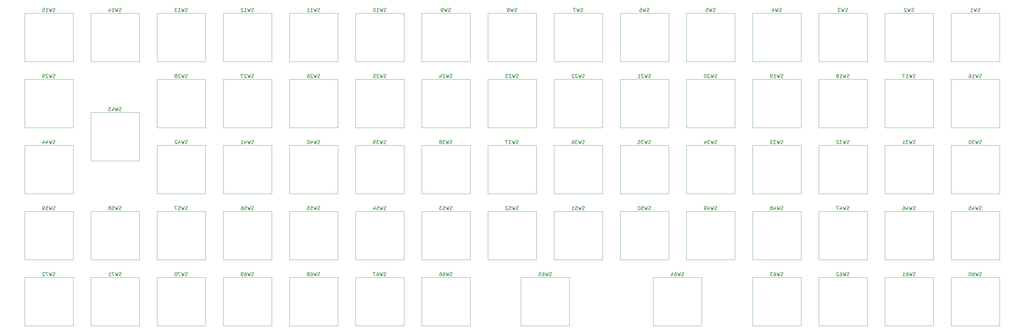
<source format=gbr>
%TF.GenerationSoftware,KiCad,Pcbnew,5.1.6*%
%TF.CreationDate,2020-06-07T21:01:59+02:00*%
%TF.ProjectId,DWZG60,44575a47-3630-42e6-9b69-6361645f7063,1*%
%TF.SameCoordinates,Original*%
%TF.FileFunction,Legend,Bot*%
%TF.FilePolarity,Positive*%
%FSLAX46Y46*%
G04 Gerber Fmt 4.6, Leading zero omitted, Abs format (unit mm)*
G04 Created by KiCad (PCBNEW 5.1.6) date 2020-06-07 21:01:59*
%MOMM*%
%LPD*%
G01*
G04 APERTURE LIST*
%ADD10C,0.120000*%
%ADD11C,0.150000*%
G04 APERTURE END LIST*
D10*
%TO.C,SW28*%
X104225000Y-155215000D02*
X104225000Y-141245000D01*
X90255000Y-155215000D02*
X104225000Y-155215000D01*
X90255000Y-141245000D02*
X90255000Y-155215000D01*
X104225000Y-141245000D02*
X90255000Y-141245000D01*
%TO.C,SW43*%
X85165000Y-150785000D02*
X71195000Y-150785000D01*
X71195000Y-150785000D02*
X71195000Y-164755000D01*
X71195000Y-164755000D02*
X85165000Y-164755000D01*
X85165000Y-164755000D02*
X85165000Y-150785000D01*
%TO.C,SW46*%
X313775000Y-193315000D02*
X313775000Y-179345000D01*
X299805000Y-193315000D02*
X313775000Y-193315000D01*
X299805000Y-179345000D02*
X299805000Y-193315000D01*
X313775000Y-179345000D02*
X299805000Y-179345000D01*
%TO.C,SW25*%
X161375000Y-155215000D02*
X161375000Y-141245000D01*
X147405000Y-155215000D02*
X161375000Y-155215000D01*
X147405000Y-141245000D02*
X147405000Y-155215000D01*
X161375000Y-141245000D02*
X147405000Y-141245000D01*
%TO.C,SW70*%
X104225000Y-212365000D02*
X104225000Y-198395000D01*
X90255000Y-212365000D02*
X104225000Y-212365000D01*
X90255000Y-198395000D02*
X90255000Y-212365000D01*
X104225000Y-198395000D02*
X90255000Y-198395000D01*
%TO.C,SW29*%
X66125000Y-141245000D02*
X52155000Y-141245000D01*
X52155000Y-141245000D02*
X52155000Y-155215000D01*
X52155000Y-155215000D02*
X66125000Y-155215000D01*
X66125000Y-155215000D02*
X66125000Y-141245000D01*
%TO.C,SW15*%
X66125000Y-122195000D02*
X52155000Y-122195000D01*
X52155000Y-122195000D02*
X52155000Y-136165000D01*
X52155000Y-136165000D02*
X66125000Y-136165000D01*
X66125000Y-136165000D02*
X66125000Y-122195000D01*
%TO.C,SW38*%
X180425000Y-174265000D02*
X180425000Y-160295000D01*
X166455000Y-174265000D02*
X180425000Y-174265000D01*
X166455000Y-160295000D02*
X166455000Y-174265000D01*
X180425000Y-160295000D02*
X166455000Y-160295000D01*
%TO.C,SW24*%
X180425000Y-141245000D02*
X166455000Y-141245000D01*
X166455000Y-141245000D02*
X166455000Y-155215000D01*
X166455000Y-155215000D02*
X180425000Y-155215000D01*
X180425000Y-155215000D02*
X180425000Y-141245000D01*
%TO.C,SW61*%
X313775000Y-198395000D02*
X299805000Y-198395000D01*
X299805000Y-198395000D02*
X299805000Y-212365000D01*
X299805000Y-212365000D02*
X313775000Y-212365000D01*
X313775000Y-212365000D02*
X313775000Y-198395000D01*
%TO.C,SW31*%
X313775000Y-160295000D02*
X299805000Y-160295000D01*
X299805000Y-160295000D02*
X299805000Y-174265000D01*
X299805000Y-174265000D02*
X313775000Y-174265000D01*
X313775000Y-174265000D02*
X313775000Y-160295000D01*
%TO.C,SW17*%
X299805000Y-155215000D02*
X313775000Y-155215000D01*
X313775000Y-155215000D02*
X313775000Y-141245000D01*
X313775000Y-141245000D02*
X299805000Y-141245000D01*
X299805000Y-141245000D02*
X299805000Y-155215000D01*
%TO.C,SW2*%
X313775000Y-122195000D02*
X299805000Y-122195000D01*
X299805000Y-122195000D02*
X299805000Y-136165000D01*
X299805000Y-136165000D02*
X313775000Y-136165000D01*
X313775000Y-136165000D02*
X313775000Y-122195000D01*
%TO.C,SW4*%
X275675000Y-136165000D02*
X275675000Y-122195000D01*
X261705000Y-136165000D02*
X275675000Y-136165000D01*
X261705000Y-122195000D02*
X261705000Y-136165000D01*
X275675000Y-122195000D02*
X261705000Y-122195000D01*
%TO.C,SW34*%
X256625000Y-174265000D02*
X256625000Y-160295000D01*
X242655000Y-174265000D02*
X256625000Y-174265000D01*
X242655000Y-160295000D02*
X242655000Y-174265000D01*
X256625000Y-160295000D02*
X242655000Y-160295000D01*
%TO.C,SW5*%
X256625000Y-136165000D02*
X256625000Y-122195000D01*
X242655000Y-136165000D02*
X256625000Y-136165000D01*
X242655000Y-122195000D02*
X242655000Y-136165000D01*
X256625000Y-122195000D02*
X242655000Y-122195000D01*
%TO.C,SW37*%
X199475000Y-160295000D02*
X185505000Y-160295000D01*
X185505000Y-160295000D02*
X185505000Y-174265000D01*
X185505000Y-174265000D02*
X199475000Y-174265000D01*
X199475000Y-174265000D02*
X199475000Y-160295000D01*
%TO.C,SW66*%
X180425000Y-212365000D02*
X180425000Y-198395000D01*
X166455000Y-212365000D02*
X180425000Y-212365000D01*
X166455000Y-198395000D02*
X166455000Y-212365000D01*
X180425000Y-198395000D02*
X166455000Y-198395000D01*
%TO.C,SW67*%
X161375000Y-212365000D02*
X161375000Y-198395000D01*
X147405000Y-212365000D02*
X161375000Y-212365000D01*
X147405000Y-198395000D02*
X147405000Y-212365000D01*
X161375000Y-198395000D02*
X147405000Y-198395000D01*
%TO.C,SW42*%
X104225000Y-174265000D02*
X104225000Y-160295000D01*
X90255000Y-174265000D02*
X104225000Y-174265000D01*
X90255000Y-160295000D02*
X90255000Y-174265000D01*
X104225000Y-160295000D02*
X90255000Y-160295000D01*
%TO.C,SW12*%
X123275000Y-122195000D02*
X109305000Y-122195000D01*
X109305000Y-122195000D02*
X109305000Y-136165000D01*
X109305000Y-136165000D02*
X123275000Y-136165000D01*
X123275000Y-136165000D02*
X123275000Y-122195000D01*
%TO.C,SW71*%
X85175000Y-198395000D02*
X71205000Y-198395000D01*
X71205000Y-198395000D02*
X71205000Y-212365000D01*
X71205000Y-212365000D02*
X85175000Y-212365000D01*
X85175000Y-212365000D02*
X85175000Y-198395000D01*
%TO.C,SW72*%
X66125000Y-212365000D02*
X66125000Y-198395000D01*
X52155000Y-212365000D02*
X66125000Y-212365000D01*
X52155000Y-198395000D02*
X52155000Y-212365000D01*
X66125000Y-198395000D02*
X52155000Y-198395000D01*
%TO.C,SW59*%
X66125000Y-179345000D02*
X52155000Y-179345000D01*
X52155000Y-179345000D02*
X52155000Y-193315000D01*
X52155000Y-193315000D02*
X66125000Y-193315000D01*
X66125000Y-193315000D02*
X66125000Y-179345000D01*
%TO.C,SW36*%
X218525000Y-174265000D02*
X218525000Y-160295000D01*
X204555000Y-174265000D02*
X218525000Y-174265000D01*
X204555000Y-160295000D02*
X204555000Y-174265000D01*
X218525000Y-160295000D02*
X204555000Y-160295000D01*
%TO.C,SW65*%
X195030000Y-198395000D02*
X195030000Y-212365000D01*
X209000000Y-198395000D02*
X195030000Y-198395000D01*
X209000000Y-212365000D02*
X209000000Y-198395000D01*
X195030000Y-212365000D02*
X209000000Y-212365000D01*
%TO.C,SW64*%
X233130000Y-198395000D02*
X233130000Y-212365000D01*
X247100000Y-198395000D02*
X233130000Y-198395000D01*
X247100000Y-212365000D02*
X247100000Y-198395000D01*
X233130000Y-212365000D02*
X247100000Y-212365000D01*
%TO.C,SW1*%
X332825000Y-136165000D02*
X332825000Y-122195000D01*
X318855000Y-136165000D02*
X332825000Y-136165000D01*
X318855000Y-122195000D02*
X318855000Y-136165000D01*
X332825000Y-122195000D02*
X318855000Y-122195000D01*
%TO.C,SW14*%
X85175000Y-122195000D02*
X71205000Y-122195000D01*
X71205000Y-122195000D02*
X71205000Y-136165000D01*
X71205000Y-136165000D02*
X85175000Y-136165000D01*
X85175000Y-136165000D02*
X85175000Y-122195000D01*
%TO.C,SW60*%
X332825000Y-212365000D02*
X332825000Y-198395000D01*
X318855000Y-212365000D02*
X332825000Y-212365000D01*
X318855000Y-198395000D02*
X318855000Y-212365000D01*
X332825000Y-198395000D02*
X318855000Y-198395000D01*
%TO.C,SW3*%
X294725000Y-136165000D02*
X294725000Y-122195000D01*
X280755000Y-136165000D02*
X294725000Y-136165000D01*
X280755000Y-122195000D02*
X280755000Y-136165000D01*
X294725000Y-122195000D02*
X280755000Y-122195000D01*
%TO.C,SW6*%
X237575000Y-136165000D02*
X237575000Y-122195000D01*
X223605000Y-136165000D02*
X237575000Y-136165000D01*
X223605000Y-122195000D02*
X223605000Y-136165000D01*
X237575000Y-122195000D02*
X223605000Y-122195000D01*
%TO.C,SW7*%
X218525000Y-136165000D02*
X218525000Y-122195000D01*
X204555000Y-136165000D02*
X218525000Y-136165000D01*
X204555000Y-122195000D02*
X204555000Y-136165000D01*
X218525000Y-122195000D02*
X204555000Y-122195000D01*
%TO.C,SW8*%
X199475000Y-122195000D02*
X185505000Y-122195000D01*
X185505000Y-122195000D02*
X185505000Y-136165000D01*
X185505000Y-136165000D02*
X199475000Y-136165000D01*
X199475000Y-136165000D02*
X199475000Y-122195000D01*
%TO.C,SW9*%
X180425000Y-136165000D02*
X180425000Y-122195000D01*
X166455000Y-136165000D02*
X180425000Y-136165000D01*
X166455000Y-122195000D02*
X166455000Y-136165000D01*
X180425000Y-122195000D02*
X166455000Y-122195000D01*
%TO.C,SW10*%
X161375000Y-122195000D02*
X147405000Y-122195000D01*
X147405000Y-122195000D02*
X147405000Y-136165000D01*
X147405000Y-136165000D02*
X161375000Y-136165000D01*
X161375000Y-136165000D02*
X161375000Y-122195000D01*
%TO.C,SW11*%
X142325000Y-122195000D02*
X128355000Y-122195000D01*
X128355000Y-122195000D02*
X128355000Y-136165000D01*
X128355000Y-136165000D02*
X142325000Y-136165000D01*
X142325000Y-136165000D02*
X142325000Y-122195000D01*
%TO.C,SW13*%
X104225000Y-136165000D02*
X104225000Y-122195000D01*
X90255000Y-136165000D02*
X104225000Y-136165000D01*
X90255000Y-122195000D02*
X90255000Y-136165000D01*
X104225000Y-122195000D02*
X90255000Y-122195000D01*
%TO.C,SW16*%
X332825000Y-141245000D02*
X318855000Y-141245000D01*
X318855000Y-141245000D02*
X318855000Y-155215000D01*
X318855000Y-155215000D02*
X332825000Y-155215000D01*
X332825000Y-155215000D02*
X332825000Y-141245000D01*
%TO.C,SW18*%
X294725000Y-141245000D02*
X280755000Y-141245000D01*
X280755000Y-141245000D02*
X280755000Y-155215000D01*
X280755000Y-155215000D02*
X294725000Y-155215000D01*
X294725000Y-155215000D02*
X294725000Y-141245000D01*
%TO.C,SW19*%
X275675000Y-141245000D02*
X261705000Y-141245000D01*
X261705000Y-141245000D02*
X261705000Y-155215000D01*
X261705000Y-155215000D02*
X275675000Y-155215000D01*
X275675000Y-155215000D02*
X275675000Y-141245000D01*
%TO.C,SW20*%
X256625000Y-141245000D02*
X242655000Y-141245000D01*
X242655000Y-141245000D02*
X242655000Y-155215000D01*
X242655000Y-155215000D02*
X256625000Y-155215000D01*
X256625000Y-155215000D02*
X256625000Y-141245000D01*
%TO.C,SW21*%
X237575000Y-141245000D02*
X223605000Y-141245000D01*
X223605000Y-141245000D02*
X223605000Y-155215000D01*
X223605000Y-155215000D02*
X237575000Y-155215000D01*
X237575000Y-155215000D02*
X237575000Y-141245000D01*
%TO.C,SW22*%
X218525000Y-141245000D02*
X204555000Y-141245000D01*
X204555000Y-141245000D02*
X204555000Y-155215000D01*
X204555000Y-155215000D02*
X218525000Y-155215000D01*
X218525000Y-155215000D02*
X218525000Y-141245000D01*
%TO.C,SW23*%
X199475000Y-155215000D02*
X199475000Y-141245000D01*
X185505000Y-155215000D02*
X199475000Y-155215000D01*
X185505000Y-141245000D02*
X185505000Y-155215000D01*
X199475000Y-141245000D02*
X185505000Y-141245000D01*
%TO.C,SW26*%
X142325000Y-141245000D02*
X128355000Y-141245000D01*
X128355000Y-141245000D02*
X128355000Y-155215000D01*
X128355000Y-155215000D02*
X142325000Y-155215000D01*
X142325000Y-155215000D02*
X142325000Y-141245000D01*
%TO.C,SW27*%
X123275000Y-155215000D02*
X123275000Y-141245000D01*
X109305000Y-155215000D02*
X123275000Y-155215000D01*
X109305000Y-141245000D02*
X109305000Y-155215000D01*
X123275000Y-141245000D02*
X109305000Y-141245000D01*
%TO.C,SW30*%
X332825000Y-174265000D02*
X332825000Y-160295000D01*
X318855000Y-174265000D02*
X332825000Y-174265000D01*
X318855000Y-160295000D02*
X318855000Y-174265000D01*
X332825000Y-160295000D02*
X318855000Y-160295000D01*
%TO.C,SW32*%
X294725000Y-174265000D02*
X294725000Y-160295000D01*
X280755000Y-174265000D02*
X294725000Y-174265000D01*
X280755000Y-160295000D02*
X280755000Y-174265000D01*
X294725000Y-160295000D02*
X280755000Y-160295000D01*
%TO.C,SW33*%
X275675000Y-160295000D02*
X261705000Y-160295000D01*
X261705000Y-160295000D02*
X261705000Y-174265000D01*
X261705000Y-174265000D02*
X275675000Y-174265000D01*
X275675000Y-174265000D02*
X275675000Y-160295000D01*
%TO.C,SW35*%
X237575000Y-174265000D02*
X237575000Y-160295000D01*
X223605000Y-174265000D02*
X237575000Y-174265000D01*
X223605000Y-160295000D02*
X223605000Y-174265000D01*
X237575000Y-160295000D02*
X223605000Y-160295000D01*
%TO.C,SW39*%
X161375000Y-160295000D02*
X147405000Y-160295000D01*
X147405000Y-160295000D02*
X147405000Y-174265000D01*
X147405000Y-174265000D02*
X161375000Y-174265000D01*
X161375000Y-174265000D02*
X161375000Y-160295000D01*
%TO.C,SW40*%
X142325000Y-174265000D02*
X142325000Y-160295000D01*
X128355000Y-174265000D02*
X142325000Y-174265000D01*
X128355000Y-160295000D02*
X128355000Y-174265000D01*
X142325000Y-160295000D02*
X128355000Y-160295000D01*
%TO.C,SW41*%
X123275000Y-160295000D02*
X109305000Y-160295000D01*
X109305000Y-160295000D02*
X109305000Y-174265000D01*
X109305000Y-174265000D02*
X123275000Y-174265000D01*
X123275000Y-174265000D02*
X123275000Y-160295000D01*
%TO.C,SW44*%
X66125000Y-174265000D02*
X66125000Y-160295000D01*
X52155000Y-174265000D02*
X66125000Y-174265000D01*
X52155000Y-160295000D02*
X52155000Y-174265000D01*
X66125000Y-160295000D02*
X52155000Y-160295000D01*
%TO.C,SW45*%
X332825000Y-179345000D02*
X318855000Y-179345000D01*
X318855000Y-179345000D02*
X318855000Y-193315000D01*
X318855000Y-193315000D02*
X332825000Y-193315000D01*
X332825000Y-193315000D02*
X332825000Y-179345000D01*
%TO.C,SW47*%
X294725000Y-179345000D02*
X280755000Y-179345000D01*
X280755000Y-179345000D02*
X280755000Y-193315000D01*
X280755000Y-193315000D02*
X294725000Y-193315000D01*
X294725000Y-193315000D02*
X294725000Y-179345000D01*
%TO.C,SW48*%
X275675000Y-193315000D02*
X275675000Y-179345000D01*
X261705000Y-193315000D02*
X275675000Y-193315000D01*
X261705000Y-179345000D02*
X261705000Y-193315000D01*
X275675000Y-179345000D02*
X261705000Y-179345000D01*
%TO.C,SW49*%
X256625000Y-179345000D02*
X242655000Y-179345000D01*
X242655000Y-179345000D02*
X242655000Y-193315000D01*
X242655000Y-193315000D02*
X256625000Y-193315000D01*
X256625000Y-193315000D02*
X256625000Y-179345000D01*
%TO.C,SW50*%
X237575000Y-179345000D02*
X223605000Y-179345000D01*
X223605000Y-179345000D02*
X223605000Y-193315000D01*
X223605000Y-193315000D02*
X237575000Y-193315000D01*
X237575000Y-193315000D02*
X237575000Y-179345000D01*
%TO.C,SW51*%
X218525000Y-179345000D02*
X204555000Y-179345000D01*
X204555000Y-179345000D02*
X204555000Y-193315000D01*
X204555000Y-193315000D02*
X218525000Y-193315000D01*
X218525000Y-193315000D02*
X218525000Y-179345000D01*
%TO.C,SW52*%
X199475000Y-179345000D02*
X185505000Y-179345000D01*
X185505000Y-179345000D02*
X185505000Y-193315000D01*
X185505000Y-193315000D02*
X199475000Y-193315000D01*
X199475000Y-193315000D02*
X199475000Y-179345000D01*
%TO.C,SW53*%
X180425000Y-179345000D02*
X166455000Y-179345000D01*
X166455000Y-179345000D02*
X166455000Y-193315000D01*
X166455000Y-193315000D02*
X180425000Y-193315000D01*
X180425000Y-193315000D02*
X180425000Y-179345000D01*
%TO.C,SW54*%
X161375000Y-193315000D02*
X161375000Y-179345000D01*
X147405000Y-193315000D02*
X161375000Y-193315000D01*
X147405000Y-179345000D02*
X147405000Y-193315000D01*
X161375000Y-179345000D02*
X147405000Y-179345000D01*
%TO.C,SW55*%
X142325000Y-179345000D02*
X128355000Y-179345000D01*
X128355000Y-179345000D02*
X128355000Y-193315000D01*
X128355000Y-193315000D02*
X142325000Y-193315000D01*
X142325000Y-193315000D02*
X142325000Y-179345000D01*
%TO.C,SW56*%
X123275000Y-193315000D02*
X123275000Y-179345000D01*
X109305000Y-193315000D02*
X123275000Y-193315000D01*
X109305000Y-179345000D02*
X109305000Y-193315000D01*
X123275000Y-179345000D02*
X109305000Y-179345000D01*
%TO.C,SW57*%
X104225000Y-179345000D02*
X90255000Y-179345000D01*
X90255000Y-179345000D02*
X90255000Y-193315000D01*
X90255000Y-193315000D02*
X104225000Y-193315000D01*
X104225000Y-193315000D02*
X104225000Y-179345000D01*
%TO.C,SW58*%
X85175000Y-193315000D02*
X85175000Y-179345000D01*
X71205000Y-193315000D02*
X85175000Y-193315000D01*
X71205000Y-179345000D02*
X71205000Y-193315000D01*
X85175000Y-179345000D02*
X71205000Y-179345000D01*
%TO.C,SW62*%
X294725000Y-212365000D02*
X294725000Y-198395000D01*
X280755000Y-212365000D02*
X294725000Y-212365000D01*
X280755000Y-198395000D02*
X280755000Y-212365000D01*
X294725000Y-198395000D02*
X280755000Y-198395000D01*
%TO.C,SW63*%
X275675000Y-212365000D02*
X275675000Y-198395000D01*
X261705000Y-212365000D02*
X275675000Y-212365000D01*
X261705000Y-198395000D02*
X261705000Y-212365000D01*
X275675000Y-198395000D02*
X261705000Y-198395000D01*
%TO.C,SW68*%
X142325000Y-212365000D02*
X142325000Y-198395000D01*
X128355000Y-212365000D02*
X142325000Y-212365000D01*
X128355000Y-198395000D02*
X128355000Y-212365000D01*
X142325000Y-198395000D02*
X128355000Y-198395000D01*
%TO.C,SW69*%
X123275000Y-198395000D02*
X109305000Y-198395000D01*
X109305000Y-198395000D02*
X109305000Y-212365000D01*
X109305000Y-212365000D02*
X123275000Y-212365000D01*
X123275000Y-212365000D02*
X123275000Y-198395000D01*
%TO.C,SW28*%
D11*
X99049523Y-140760761D02*
X98906666Y-140808380D01*
X98668571Y-140808380D01*
X98573333Y-140760761D01*
X98525714Y-140713142D01*
X98478095Y-140617904D01*
X98478095Y-140522666D01*
X98525714Y-140427428D01*
X98573333Y-140379809D01*
X98668571Y-140332190D01*
X98859047Y-140284571D01*
X98954285Y-140236952D01*
X99001904Y-140189333D01*
X99049523Y-140094095D01*
X99049523Y-139998857D01*
X99001904Y-139903619D01*
X98954285Y-139856000D01*
X98859047Y-139808380D01*
X98620952Y-139808380D01*
X98478095Y-139856000D01*
X98144761Y-139808380D02*
X97906666Y-140808380D01*
X97716190Y-140094095D01*
X97525714Y-140808380D01*
X97287619Y-139808380D01*
X96954285Y-139903619D02*
X96906666Y-139856000D01*
X96811428Y-139808380D01*
X96573333Y-139808380D01*
X96478095Y-139856000D01*
X96430476Y-139903619D01*
X96382857Y-139998857D01*
X96382857Y-140094095D01*
X96430476Y-140236952D01*
X97001904Y-140808380D01*
X96382857Y-140808380D01*
X95811428Y-140236952D02*
X95906666Y-140189333D01*
X95954285Y-140141714D01*
X96001904Y-140046476D01*
X96001904Y-139998857D01*
X95954285Y-139903619D01*
X95906666Y-139856000D01*
X95811428Y-139808380D01*
X95620952Y-139808380D01*
X95525714Y-139856000D01*
X95478095Y-139903619D01*
X95430476Y-139998857D01*
X95430476Y-140046476D01*
X95478095Y-140141714D01*
X95525714Y-140189333D01*
X95620952Y-140236952D01*
X95811428Y-140236952D01*
X95906666Y-140284571D01*
X95954285Y-140332190D01*
X96001904Y-140427428D01*
X96001904Y-140617904D01*
X95954285Y-140713142D01*
X95906666Y-140760761D01*
X95811428Y-140808380D01*
X95620952Y-140808380D01*
X95525714Y-140760761D01*
X95478095Y-140713142D01*
X95430476Y-140617904D01*
X95430476Y-140427428D01*
X95478095Y-140332190D01*
X95525714Y-140284571D01*
X95620952Y-140236952D01*
%TO.C,SW43*%
X79989523Y-150300761D02*
X79846666Y-150348380D01*
X79608571Y-150348380D01*
X79513333Y-150300761D01*
X79465714Y-150253142D01*
X79418095Y-150157904D01*
X79418095Y-150062666D01*
X79465714Y-149967428D01*
X79513333Y-149919809D01*
X79608571Y-149872190D01*
X79799047Y-149824571D01*
X79894285Y-149776952D01*
X79941904Y-149729333D01*
X79989523Y-149634095D01*
X79989523Y-149538857D01*
X79941904Y-149443619D01*
X79894285Y-149396000D01*
X79799047Y-149348380D01*
X79560952Y-149348380D01*
X79418095Y-149396000D01*
X79084761Y-149348380D02*
X78846666Y-150348380D01*
X78656190Y-149634095D01*
X78465714Y-150348380D01*
X78227619Y-149348380D01*
X77418095Y-149681714D02*
X77418095Y-150348380D01*
X77656190Y-149300761D02*
X77894285Y-150015047D01*
X77275238Y-150015047D01*
X76989523Y-149348380D02*
X76370476Y-149348380D01*
X76703809Y-149729333D01*
X76560952Y-149729333D01*
X76465714Y-149776952D01*
X76418095Y-149824571D01*
X76370476Y-149919809D01*
X76370476Y-150157904D01*
X76418095Y-150253142D01*
X76465714Y-150300761D01*
X76560952Y-150348380D01*
X76846666Y-150348380D01*
X76941904Y-150300761D01*
X76989523Y-150253142D01*
%TO.C,SW46*%
X308599523Y-178860761D02*
X308456666Y-178908380D01*
X308218571Y-178908380D01*
X308123333Y-178860761D01*
X308075714Y-178813142D01*
X308028095Y-178717904D01*
X308028095Y-178622666D01*
X308075714Y-178527428D01*
X308123333Y-178479809D01*
X308218571Y-178432190D01*
X308409047Y-178384571D01*
X308504285Y-178336952D01*
X308551904Y-178289333D01*
X308599523Y-178194095D01*
X308599523Y-178098857D01*
X308551904Y-178003619D01*
X308504285Y-177956000D01*
X308409047Y-177908380D01*
X308170952Y-177908380D01*
X308028095Y-177956000D01*
X307694761Y-177908380D02*
X307456666Y-178908380D01*
X307266190Y-178194095D01*
X307075714Y-178908380D01*
X306837619Y-177908380D01*
X306028095Y-178241714D02*
X306028095Y-178908380D01*
X306266190Y-177860761D02*
X306504285Y-178575047D01*
X305885238Y-178575047D01*
X305075714Y-177908380D02*
X305266190Y-177908380D01*
X305361428Y-177956000D01*
X305409047Y-178003619D01*
X305504285Y-178146476D01*
X305551904Y-178336952D01*
X305551904Y-178717904D01*
X305504285Y-178813142D01*
X305456666Y-178860761D01*
X305361428Y-178908380D01*
X305170952Y-178908380D01*
X305075714Y-178860761D01*
X305028095Y-178813142D01*
X304980476Y-178717904D01*
X304980476Y-178479809D01*
X305028095Y-178384571D01*
X305075714Y-178336952D01*
X305170952Y-178289333D01*
X305361428Y-178289333D01*
X305456666Y-178336952D01*
X305504285Y-178384571D01*
X305551904Y-178479809D01*
%TO.C,SW25*%
X156199523Y-140760761D02*
X156056666Y-140808380D01*
X155818571Y-140808380D01*
X155723333Y-140760761D01*
X155675714Y-140713142D01*
X155628095Y-140617904D01*
X155628095Y-140522666D01*
X155675714Y-140427428D01*
X155723333Y-140379809D01*
X155818571Y-140332190D01*
X156009047Y-140284571D01*
X156104285Y-140236952D01*
X156151904Y-140189333D01*
X156199523Y-140094095D01*
X156199523Y-139998857D01*
X156151904Y-139903619D01*
X156104285Y-139856000D01*
X156009047Y-139808380D01*
X155770952Y-139808380D01*
X155628095Y-139856000D01*
X155294761Y-139808380D02*
X155056666Y-140808380D01*
X154866190Y-140094095D01*
X154675714Y-140808380D01*
X154437619Y-139808380D01*
X154104285Y-139903619D02*
X154056666Y-139856000D01*
X153961428Y-139808380D01*
X153723333Y-139808380D01*
X153628095Y-139856000D01*
X153580476Y-139903619D01*
X153532857Y-139998857D01*
X153532857Y-140094095D01*
X153580476Y-140236952D01*
X154151904Y-140808380D01*
X153532857Y-140808380D01*
X152628095Y-139808380D02*
X153104285Y-139808380D01*
X153151904Y-140284571D01*
X153104285Y-140236952D01*
X153009047Y-140189333D01*
X152770952Y-140189333D01*
X152675714Y-140236952D01*
X152628095Y-140284571D01*
X152580476Y-140379809D01*
X152580476Y-140617904D01*
X152628095Y-140713142D01*
X152675714Y-140760761D01*
X152770952Y-140808380D01*
X153009047Y-140808380D01*
X153104285Y-140760761D01*
X153151904Y-140713142D01*
%TO.C,SW70*%
X99049523Y-197910761D02*
X98906666Y-197958380D01*
X98668571Y-197958380D01*
X98573333Y-197910761D01*
X98525714Y-197863142D01*
X98478095Y-197767904D01*
X98478095Y-197672666D01*
X98525714Y-197577428D01*
X98573333Y-197529809D01*
X98668571Y-197482190D01*
X98859047Y-197434571D01*
X98954285Y-197386952D01*
X99001904Y-197339333D01*
X99049523Y-197244095D01*
X99049523Y-197148857D01*
X99001904Y-197053619D01*
X98954285Y-197006000D01*
X98859047Y-196958380D01*
X98620952Y-196958380D01*
X98478095Y-197006000D01*
X98144761Y-196958380D02*
X97906666Y-197958380D01*
X97716190Y-197244095D01*
X97525714Y-197958380D01*
X97287619Y-196958380D01*
X97001904Y-196958380D02*
X96335238Y-196958380D01*
X96763809Y-197958380D01*
X95763809Y-196958380D02*
X95668571Y-196958380D01*
X95573333Y-197006000D01*
X95525714Y-197053619D01*
X95478095Y-197148857D01*
X95430476Y-197339333D01*
X95430476Y-197577428D01*
X95478095Y-197767904D01*
X95525714Y-197863142D01*
X95573333Y-197910761D01*
X95668571Y-197958380D01*
X95763809Y-197958380D01*
X95859047Y-197910761D01*
X95906666Y-197863142D01*
X95954285Y-197767904D01*
X96001904Y-197577428D01*
X96001904Y-197339333D01*
X95954285Y-197148857D01*
X95906666Y-197053619D01*
X95859047Y-197006000D01*
X95763809Y-196958380D01*
%TO.C,SW29*%
X60949523Y-140760761D02*
X60806666Y-140808380D01*
X60568571Y-140808380D01*
X60473333Y-140760761D01*
X60425714Y-140713142D01*
X60378095Y-140617904D01*
X60378095Y-140522666D01*
X60425714Y-140427428D01*
X60473333Y-140379809D01*
X60568571Y-140332190D01*
X60759047Y-140284571D01*
X60854285Y-140236952D01*
X60901904Y-140189333D01*
X60949523Y-140094095D01*
X60949523Y-139998857D01*
X60901904Y-139903619D01*
X60854285Y-139856000D01*
X60759047Y-139808380D01*
X60520952Y-139808380D01*
X60378095Y-139856000D01*
X60044761Y-139808380D02*
X59806666Y-140808380D01*
X59616190Y-140094095D01*
X59425714Y-140808380D01*
X59187619Y-139808380D01*
X58854285Y-139903619D02*
X58806666Y-139856000D01*
X58711428Y-139808380D01*
X58473333Y-139808380D01*
X58378095Y-139856000D01*
X58330476Y-139903619D01*
X58282857Y-139998857D01*
X58282857Y-140094095D01*
X58330476Y-140236952D01*
X58901904Y-140808380D01*
X58282857Y-140808380D01*
X57806666Y-140808380D02*
X57616190Y-140808380D01*
X57520952Y-140760761D01*
X57473333Y-140713142D01*
X57378095Y-140570285D01*
X57330476Y-140379809D01*
X57330476Y-139998857D01*
X57378095Y-139903619D01*
X57425714Y-139856000D01*
X57520952Y-139808380D01*
X57711428Y-139808380D01*
X57806666Y-139856000D01*
X57854285Y-139903619D01*
X57901904Y-139998857D01*
X57901904Y-140236952D01*
X57854285Y-140332190D01*
X57806666Y-140379809D01*
X57711428Y-140427428D01*
X57520952Y-140427428D01*
X57425714Y-140379809D01*
X57378095Y-140332190D01*
X57330476Y-140236952D01*
%TO.C,SW15*%
X60949523Y-121710761D02*
X60806666Y-121758380D01*
X60568571Y-121758380D01*
X60473333Y-121710761D01*
X60425714Y-121663142D01*
X60378095Y-121567904D01*
X60378095Y-121472666D01*
X60425714Y-121377428D01*
X60473333Y-121329809D01*
X60568571Y-121282190D01*
X60759047Y-121234571D01*
X60854285Y-121186952D01*
X60901904Y-121139333D01*
X60949523Y-121044095D01*
X60949523Y-120948857D01*
X60901904Y-120853619D01*
X60854285Y-120806000D01*
X60759047Y-120758380D01*
X60520952Y-120758380D01*
X60378095Y-120806000D01*
X60044761Y-120758380D02*
X59806666Y-121758380D01*
X59616190Y-121044095D01*
X59425714Y-121758380D01*
X59187619Y-120758380D01*
X58282857Y-121758380D02*
X58854285Y-121758380D01*
X58568571Y-121758380D02*
X58568571Y-120758380D01*
X58663809Y-120901238D01*
X58759047Y-120996476D01*
X58854285Y-121044095D01*
X57378095Y-120758380D02*
X57854285Y-120758380D01*
X57901904Y-121234571D01*
X57854285Y-121186952D01*
X57759047Y-121139333D01*
X57520952Y-121139333D01*
X57425714Y-121186952D01*
X57378095Y-121234571D01*
X57330476Y-121329809D01*
X57330476Y-121567904D01*
X57378095Y-121663142D01*
X57425714Y-121710761D01*
X57520952Y-121758380D01*
X57759047Y-121758380D01*
X57854285Y-121710761D01*
X57901904Y-121663142D01*
%TO.C,SW38*%
X175249523Y-159810761D02*
X175106666Y-159858380D01*
X174868571Y-159858380D01*
X174773333Y-159810761D01*
X174725714Y-159763142D01*
X174678095Y-159667904D01*
X174678095Y-159572666D01*
X174725714Y-159477428D01*
X174773333Y-159429809D01*
X174868571Y-159382190D01*
X175059047Y-159334571D01*
X175154285Y-159286952D01*
X175201904Y-159239333D01*
X175249523Y-159144095D01*
X175249523Y-159048857D01*
X175201904Y-158953619D01*
X175154285Y-158906000D01*
X175059047Y-158858380D01*
X174820952Y-158858380D01*
X174678095Y-158906000D01*
X174344761Y-158858380D02*
X174106666Y-159858380D01*
X173916190Y-159144095D01*
X173725714Y-159858380D01*
X173487619Y-158858380D01*
X173201904Y-158858380D02*
X172582857Y-158858380D01*
X172916190Y-159239333D01*
X172773333Y-159239333D01*
X172678095Y-159286952D01*
X172630476Y-159334571D01*
X172582857Y-159429809D01*
X172582857Y-159667904D01*
X172630476Y-159763142D01*
X172678095Y-159810761D01*
X172773333Y-159858380D01*
X173059047Y-159858380D01*
X173154285Y-159810761D01*
X173201904Y-159763142D01*
X172011428Y-159286952D02*
X172106666Y-159239333D01*
X172154285Y-159191714D01*
X172201904Y-159096476D01*
X172201904Y-159048857D01*
X172154285Y-158953619D01*
X172106666Y-158906000D01*
X172011428Y-158858380D01*
X171820952Y-158858380D01*
X171725714Y-158906000D01*
X171678095Y-158953619D01*
X171630476Y-159048857D01*
X171630476Y-159096476D01*
X171678095Y-159191714D01*
X171725714Y-159239333D01*
X171820952Y-159286952D01*
X172011428Y-159286952D01*
X172106666Y-159334571D01*
X172154285Y-159382190D01*
X172201904Y-159477428D01*
X172201904Y-159667904D01*
X172154285Y-159763142D01*
X172106666Y-159810761D01*
X172011428Y-159858380D01*
X171820952Y-159858380D01*
X171725714Y-159810761D01*
X171678095Y-159763142D01*
X171630476Y-159667904D01*
X171630476Y-159477428D01*
X171678095Y-159382190D01*
X171725714Y-159334571D01*
X171820952Y-159286952D01*
%TO.C,SW24*%
X175249523Y-140760761D02*
X175106666Y-140808380D01*
X174868571Y-140808380D01*
X174773333Y-140760761D01*
X174725714Y-140713142D01*
X174678095Y-140617904D01*
X174678095Y-140522666D01*
X174725714Y-140427428D01*
X174773333Y-140379809D01*
X174868571Y-140332190D01*
X175059047Y-140284571D01*
X175154285Y-140236952D01*
X175201904Y-140189333D01*
X175249523Y-140094095D01*
X175249523Y-139998857D01*
X175201904Y-139903619D01*
X175154285Y-139856000D01*
X175059047Y-139808380D01*
X174820952Y-139808380D01*
X174678095Y-139856000D01*
X174344761Y-139808380D02*
X174106666Y-140808380D01*
X173916190Y-140094095D01*
X173725714Y-140808380D01*
X173487619Y-139808380D01*
X173154285Y-139903619D02*
X173106666Y-139856000D01*
X173011428Y-139808380D01*
X172773333Y-139808380D01*
X172678095Y-139856000D01*
X172630476Y-139903619D01*
X172582857Y-139998857D01*
X172582857Y-140094095D01*
X172630476Y-140236952D01*
X173201904Y-140808380D01*
X172582857Y-140808380D01*
X171725714Y-140141714D02*
X171725714Y-140808380D01*
X171963809Y-139760761D02*
X172201904Y-140475047D01*
X171582857Y-140475047D01*
%TO.C,SW61*%
X308599523Y-197910761D02*
X308456666Y-197958380D01*
X308218571Y-197958380D01*
X308123333Y-197910761D01*
X308075714Y-197863142D01*
X308028095Y-197767904D01*
X308028095Y-197672666D01*
X308075714Y-197577428D01*
X308123333Y-197529809D01*
X308218571Y-197482190D01*
X308409047Y-197434571D01*
X308504285Y-197386952D01*
X308551904Y-197339333D01*
X308599523Y-197244095D01*
X308599523Y-197148857D01*
X308551904Y-197053619D01*
X308504285Y-197006000D01*
X308409047Y-196958380D01*
X308170952Y-196958380D01*
X308028095Y-197006000D01*
X307694761Y-196958380D02*
X307456666Y-197958380D01*
X307266190Y-197244095D01*
X307075714Y-197958380D01*
X306837619Y-196958380D01*
X306028095Y-196958380D02*
X306218571Y-196958380D01*
X306313809Y-197006000D01*
X306361428Y-197053619D01*
X306456666Y-197196476D01*
X306504285Y-197386952D01*
X306504285Y-197767904D01*
X306456666Y-197863142D01*
X306409047Y-197910761D01*
X306313809Y-197958380D01*
X306123333Y-197958380D01*
X306028095Y-197910761D01*
X305980476Y-197863142D01*
X305932857Y-197767904D01*
X305932857Y-197529809D01*
X305980476Y-197434571D01*
X306028095Y-197386952D01*
X306123333Y-197339333D01*
X306313809Y-197339333D01*
X306409047Y-197386952D01*
X306456666Y-197434571D01*
X306504285Y-197529809D01*
X304980476Y-197958380D02*
X305551904Y-197958380D01*
X305266190Y-197958380D02*
X305266190Y-196958380D01*
X305361428Y-197101238D01*
X305456666Y-197196476D01*
X305551904Y-197244095D01*
%TO.C,SW31*%
X308599523Y-159810761D02*
X308456666Y-159858380D01*
X308218571Y-159858380D01*
X308123333Y-159810761D01*
X308075714Y-159763142D01*
X308028095Y-159667904D01*
X308028095Y-159572666D01*
X308075714Y-159477428D01*
X308123333Y-159429809D01*
X308218571Y-159382190D01*
X308409047Y-159334571D01*
X308504285Y-159286952D01*
X308551904Y-159239333D01*
X308599523Y-159144095D01*
X308599523Y-159048857D01*
X308551904Y-158953619D01*
X308504285Y-158906000D01*
X308409047Y-158858380D01*
X308170952Y-158858380D01*
X308028095Y-158906000D01*
X307694761Y-158858380D02*
X307456666Y-159858380D01*
X307266190Y-159144095D01*
X307075714Y-159858380D01*
X306837619Y-158858380D01*
X306551904Y-158858380D02*
X305932857Y-158858380D01*
X306266190Y-159239333D01*
X306123333Y-159239333D01*
X306028095Y-159286952D01*
X305980476Y-159334571D01*
X305932857Y-159429809D01*
X305932857Y-159667904D01*
X305980476Y-159763142D01*
X306028095Y-159810761D01*
X306123333Y-159858380D01*
X306409047Y-159858380D01*
X306504285Y-159810761D01*
X306551904Y-159763142D01*
X304980476Y-159858380D02*
X305551904Y-159858380D01*
X305266190Y-159858380D02*
X305266190Y-158858380D01*
X305361428Y-159001238D01*
X305456666Y-159096476D01*
X305551904Y-159144095D01*
%TO.C,SW17*%
X308599523Y-140739761D02*
X308456666Y-140787380D01*
X308218571Y-140787380D01*
X308123333Y-140739761D01*
X308075714Y-140692142D01*
X308028095Y-140596904D01*
X308028095Y-140501666D01*
X308075714Y-140406428D01*
X308123333Y-140358809D01*
X308218571Y-140311190D01*
X308409047Y-140263571D01*
X308504285Y-140215952D01*
X308551904Y-140168333D01*
X308599523Y-140073095D01*
X308599523Y-139977857D01*
X308551904Y-139882619D01*
X308504285Y-139835000D01*
X308409047Y-139787380D01*
X308170952Y-139787380D01*
X308028095Y-139835000D01*
X307694761Y-139787380D02*
X307456666Y-140787380D01*
X307266190Y-140073095D01*
X307075714Y-140787380D01*
X306837619Y-139787380D01*
X305932857Y-140787380D02*
X306504285Y-140787380D01*
X306218571Y-140787380D02*
X306218571Y-139787380D01*
X306313809Y-139930238D01*
X306409047Y-140025476D01*
X306504285Y-140073095D01*
X305599523Y-139787380D02*
X304932857Y-139787380D01*
X305361428Y-140787380D01*
%TO.C,SW2*%
X308123333Y-121710761D02*
X307980476Y-121758380D01*
X307742380Y-121758380D01*
X307647142Y-121710761D01*
X307599523Y-121663142D01*
X307551904Y-121567904D01*
X307551904Y-121472666D01*
X307599523Y-121377428D01*
X307647142Y-121329809D01*
X307742380Y-121282190D01*
X307932857Y-121234571D01*
X308028095Y-121186952D01*
X308075714Y-121139333D01*
X308123333Y-121044095D01*
X308123333Y-120948857D01*
X308075714Y-120853619D01*
X308028095Y-120806000D01*
X307932857Y-120758380D01*
X307694761Y-120758380D01*
X307551904Y-120806000D01*
X307218571Y-120758380D02*
X306980476Y-121758380D01*
X306790000Y-121044095D01*
X306599523Y-121758380D01*
X306361428Y-120758380D01*
X306028095Y-120853619D02*
X305980476Y-120806000D01*
X305885238Y-120758380D01*
X305647142Y-120758380D01*
X305551904Y-120806000D01*
X305504285Y-120853619D01*
X305456666Y-120948857D01*
X305456666Y-121044095D01*
X305504285Y-121186952D01*
X306075714Y-121758380D01*
X305456666Y-121758380D01*
%TO.C,SW4*%
X270023333Y-121710761D02*
X269880476Y-121758380D01*
X269642380Y-121758380D01*
X269547142Y-121710761D01*
X269499523Y-121663142D01*
X269451904Y-121567904D01*
X269451904Y-121472666D01*
X269499523Y-121377428D01*
X269547142Y-121329809D01*
X269642380Y-121282190D01*
X269832857Y-121234571D01*
X269928095Y-121186952D01*
X269975714Y-121139333D01*
X270023333Y-121044095D01*
X270023333Y-120948857D01*
X269975714Y-120853619D01*
X269928095Y-120806000D01*
X269832857Y-120758380D01*
X269594761Y-120758380D01*
X269451904Y-120806000D01*
X269118571Y-120758380D02*
X268880476Y-121758380D01*
X268690000Y-121044095D01*
X268499523Y-121758380D01*
X268261428Y-120758380D01*
X267451904Y-121091714D02*
X267451904Y-121758380D01*
X267690000Y-120710761D02*
X267928095Y-121425047D01*
X267309047Y-121425047D01*
%TO.C,SW34*%
X251449523Y-159810761D02*
X251306666Y-159858380D01*
X251068571Y-159858380D01*
X250973333Y-159810761D01*
X250925714Y-159763142D01*
X250878095Y-159667904D01*
X250878095Y-159572666D01*
X250925714Y-159477428D01*
X250973333Y-159429809D01*
X251068571Y-159382190D01*
X251259047Y-159334571D01*
X251354285Y-159286952D01*
X251401904Y-159239333D01*
X251449523Y-159144095D01*
X251449523Y-159048857D01*
X251401904Y-158953619D01*
X251354285Y-158906000D01*
X251259047Y-158858380D01*
X251020952Y-158858380D01*
X250878095Y-158906000D01*
X250544761Y-158858380D02*
X250306666Y-159858380D01*
X250116190Y-159144095D01*
X249925714Y-159858380D01*
X249687619Y-158858380D01*
X249401904Y-158858380D02*
X248782857Y-158858380D01*
X249116190Y-159239333D01*
X248973333Y-159239333D01*
X248878095Y-159286952D01*
X248830476Y-159334571D01*
X248782857Y-159429809D01*
X248782857Y-159667904D01*
X248830476Y-159763142D01*
X248878095Y-159810761D01*
X248973333Y-159858380D01*
X249259047Y-159858380D01*
X249354285Y-159810761D01*
X249401904Y-159763142D01*
X247925714Y-159191714D02*
X247925714Y-159858380D01*
X248163809Y-158810761D02*
X248401904Y-159525047D01*
X247782857Y-159525047D01*
%TO.C,SW5*%
X250973333Y-121710761D02*
X250830476Y-121758380D01*
X250592380Y-121758380D01*
X250497142Y-121710761D01*
X250449523Y-121663142D01*
X250401904Y-121567904D01*
X250401904Y-121472666D01*
X250449523Y-121377428D01*
X250497142Y-121329809D01*
X250592380Y-121282190D01*
X250782857Y-121234571D01*
X250878095Y-121186952D01*
X250925714Y-121139333D01*
X250973333Y-121044095D01*
X250973333Y-120948857D01*
X250925714Y-120853619D01*
X250878095Y-120806000D01*
X250782857Y-120758380D01*
X250544761Y-120758380D01*
X250401904Y-120806000D01*
X250068571Y-120758380D02*
X249830476Y-121758380D01*
X249640000Y-121044095D01*
X249449523Y-121758380D01*
X249211428Y-120758380D01*
X248354285Y-120758380D02*
X248830476Y-120758380D01*
X248878095Y-121234571D01*
X248830476Y-121186952D01*
X248735238Y-121139333D01*
X248497142Y-121139333D01*
X248401904Y-121186952D01*
X248354285Y-121234571D01*
X248306666Y-121329809D01*
X248306666Y-121567904D01*
X248354285Y-121663142D01*
X248401904Y-121710761D01*
X248497142Y-121758380D01*
X248735238Y-121758380D01*
X248830476Y-121710761D01*
X248878095Y-121663142D01*
%TO.C,SW37*%
X194299523Y-159810761D02*
X194156666Y-159858380D01*
X193918571Y-159858380D01*
X193823333Y-159810761D01*
X193775714Y-159763142D01*
X193728095Y-159667904D01*
X193728095Y-159572666D01*
X193775714Y-159477428D01*
X193823333Y-159429809D01*
X193918571Y-159382190D01*
X194109047Y-159334571D01*
X194204285Y-159286952D01*
X194251904Y-159239333D01*
X194299523Y-159144095D01*
X194299523Y-159048857D01*
X194251904Y-158953619D01*
X194204285Y-158906000D01*
X194109047Y-158858380D01*
X193870952Y-158858380D01*
X193728095Y-158906000D01*
X193394761Y-158858380D02*
X193156666Y-159858380D01*
X192966190Y-159144095D01*
X192775714Y-159858380D01*
X192537619Y-158858380D01*
X192251904Y-158858380D02*
X191632857Y-158858380D01*
X191966190Y-159239333D01*
X191823333Y-159239333D01*
X191728095Y-159286952D01*
X191680476Y-159334571D01*
X191632857Y-159429809D01*
X191632857Y-159667904D01*
X191680476Y-159763142D01*
X191728095Y-159810761D01*
X191823333Y-159858380D01*
X192109047Y-159858380D01*
X192204285Y-159810761D01*
X192251904Y-159763142D01*
X191299523Y-158858380D02*
X190632857Y-158858380D01*
X191061428Y-159858380D01*
%TO.C,SW66*%
X175249523Y-197910761D02*
X175106666Y-197958380D01*
X174868571Y-197958380D01*
X174773333Y-197910761D01*
X174725714Y-197863142D01*
X174678095Y-197767904D01*
X174678095Y-197672666D01*
X174725714Y-197577428D01*
X174773333Y-197529809D01*
X174868571Y-197482190D01*
X175059047Y-197434571D01*
X175154285Y-197386952D01*
X175201904Y-197339333D01*
X175249523Y-197244095D01*
X175249523Y-197148857D01*
X175201904Y-197053619D01*
X175154285Y-197006000D01*
X175059047Y-196958380D01*
X174820952Y-196958380D01*
X174678095Y-197006000D01*
X174344761Y-196958380D02*
X174106666Y-197958380D01*
X173916190Y-197244095D01*
X173725714Y-197958380D01*
X173487619Y-196958380D01*
X172678095Y-196958380D02*
X172868571Y-196958380D01*
X172963809Y-197006000D01*
X173011428Y-197053619D01*
X173106666Y-197196476D01*
X173154285Y-197386952D01*
X173154285Y-197767904D01*
X173106666Y-197863142D01*
X173059047Y-197910761D01*
X172963809Y-197958380D01*
X172773333Y-197958380D01*
X172678095Y-197910761D01*
X172630476Y-197863142D01*
X172582857Y-197767904D01*
X172582857Y-197529809D01*
X172630476Y-197434571D01*
X172678095Y-197386952D01*
X172773333Y-197339333D01*
X172963809Y-197339333D01*
X173059047Y-197386952D01*
X173106666Y-197434571D01*
X173154285Y-197529809D01*
X171725714Y-196958380D02*
X171916190Y-196958380D01*
X172011428Y-197006000D01*
X172059047Y-197053619D01*
X172154285Y-197196476D01*
X172201904Y-197386952D01*
X172201904Y-197767904D01*
X172154285Y-197863142D01*
X172106666Y-197910761D01*
X172011428Y-197958380D01*
X171820952Y-197958380D01*
X171725714Y-197910761D01*
X171678095Y-197863142D01*
X171630476Y-197767904D01*
X171630476Y-197529809D01*
X171678095Y-197434571D01*
X171725714Y-197386952D01*
X171820952Y-197339333D01*
X172011428Y-197339333D01*
X172106666Y-197386952D01*
X172154285Y-197434571D01*
X172201904Y-197529809D01*
%TO.C,SW67*%
X156199523Y-197910761D02*
X156056666Y-197958380D01*
X155818571Y-197958380D01*
X155723333Y-197910761D01*
X155675714Y-197863142D01*
X155628095Y-197767904D01*
X155628095Y-197672666D01*
X155675714Y-197577428D01*
X155723333Y-197529809D01*
X155818571Y-197482190D01*
X156009047Y-197434571D01*
X156104285Y-197386952D01*
X156151904Y-197339333D01*
X156199523Y-197244095D01*
X156199523Y-197148857D01*
X156151904Y-197053619D01*
X156104285Y-197006000D01*
X156009047Y-196958380D01*
X155770952Y-196958380D01*
X155628095Y-197006000D01*
X155294761Y-196958380D02*
X155056666Y-197958380D01*
X154866190Y-197244095D01*
X154675714Y-197958380D01*
X154437619Y-196958380D01*
X153628095Y-196958380D02*
X153818571Y-196958380D01*
X153913809Y-197006000D01*
X153961428Y-197053619D01*
X154056666Y-197196476D01*
X154104285Y-197386952D01*
X154104285Y-197767904D01*
X154056666Y-197863142D01*
X154009047Y-197910761D01*
X153913809Y-197958380D01*
X153723333Y-197958380D01*
X153628095Y-197910761D01*
X153580476Y-197863142D01*
X153532857Y-197767904D01*
X153532857Y-197529809D01*
X153580476Y-197434571D01*
X153628095Y-197386952D01*
X153723333Y-197339333D01*
X153913809Y-197339333D01*
X154009047Y-197386952D01*
X154056666Y-197434571D01*
X154104285Y-197529809D01*
X153199523Y-196958380D02*
X152532857Y-196958380D01*
X152961428Y-197958380D01*
%TO.C,SW42*%
X99049523Y-159810761D02*
X98906666Y-159858380D01*
X98668571Y-159858380D01*
X98573333Y-159810761D01*
X98525714Y-159763142D01*
X98478095Y-159667904D01*
X98478095Y-159572666D01*
X98525714Y-159477428D01*
X98573333Y-159429809D01*
X98668571Y-159382190D01*
X98859047Y-159334571D01*
X98954285Y-159286952D01*
X99001904Y-159239333D01*
X99049523Y-159144095D01*
X99049523Y-159048857D01*
X99001904Y-158953619D01*
X98954285Y-158906000D01*
X98859047Y-158858380D01*
X98620952Y-158858380D01*
X98478095Y-158906000D01*
X98144761Y-158858380D02*
X97906666Y-159858380D01*
X97716190Y-159144095D01*
X97525714Y-159858380D01*
X97287619Y-158858380D01*
X96478095Y-159191714D02*
X96478095Y-159858380D01*
X96716190Y-158810761D02*
X96954285Y-159525047D01*
X96335238Y-159525047D01*
X96001904Y-158953619D02*
X95954285Y-158906000D01*
X95859047Y-158858380D01*
X95620952Y-158858380D01*
X95525714Y-158906000D01*
X95478095Y-158953619D01*
X95430476Y-159048857D01*
X95430476Y-159144095D01*
X95478095Y-159286952D01*
X96049523Y-159858380D01*
X95430476Y-159858380D01*
%TO.C,SW12*%
X118099523Y-121710761D02*
X117956666Y-121758380D01*
X117718571Y-121758380D01*
X117623333Y-121710761D01*
X117575714Y-121663142D01*
X117528095Y-121567904D01*
X117528095Y-121472666D01*
X117575714Y-121377428D01*
X117623333Y-121329809D01*
X117718571Y-121282190D01*
X117909047Y-121234571D01*
X118004285Y-121186952D01*
X118051904Y-121139333D01*
X118099523Y-121044095D01*
X118099523Y-120948857D01*
X118051904Y-120853619D01*
X118004285Y-120806000D01*
X117909047Y-120758380D01*
X117670952Y-120758380D01*
X117528095Y-120806000D01*
X117194761Y-120758380D02*
X116956666Y-121758380D01*
X116766190Y-121044095D01*
X116575714Y-121758380D01*
X116337619Y-120758380D01*
X115432857Y-121758380D02*
X116004285Y-121758380D01*
X115718571Y-121758380D02*
X115718571Y-120758380D01*
X115813809Y-120901238D01*
X115909047Y-120996476D01*
X116004285Y-121044095D01*
X115051904Y-120853619D02*
X115004285Y-120806000D01*
X114909047Y-120758380D01*
X114670952Y-120758380D01*
X114575714Y-120806000D01*
X114528095Y-120853619D01*
X114480476Y-120948857D01*
X114480476Y-121044095D01*
X114528095Y-121186952D01*
X115099523Y-121758380D01*
X114480476Y-121758380D01*
%TO.C,SW71*%
X79999523Y-197910761D02*
X79856666Y-197958380D01*
X79618571Y-197958380D01*
X79523333Y-197910761D01*
X79475714Y-197863142D01*
X79428095Y-197767904D01*
X79428095Y-197672666D01*
X79475714Y-197577428D01*
X79523333Y-197529809D01*
X79618571Y-197482190D01*
X79809047Y-197434571D01*
X79904285Y-197386952D01*
X79951904Y-197339333D01*
X79999523Y-197244095D01*
X79999523Y-197148857D01*
X79951904Y-197053619D01*
X79904285Y-197006000D01*
X79809047Y-196958380D01*
X79570952Y-196958380D01*
X79428095Y-197006000D01*
X79094761Y-196958380D02*
X78856666Y-197958380D01*
X78666190Y-197244095D01*
X78475714Y-197958380D01*
X78237619Y-196958380D01*
X77951904Y-196958380D02*
X77285238Y-196958380D01*
X77713809Y-197958380D01*
X76380476Y-197958380D02*
X76951904Y-197958380D01*
X76666190Y-197958380D02*
X76666190Y-196958380D01*
X76761428Y-197101238D01*
X76856666Y-197196476D01*
X76951904Y-197244095D01*
%TO.C,SW72*%
X60949523Y-197910761D02*
X60806666Y-197958380D01*
X60568571Y-197958380D01*
X60473333Y-197910761D01*
X60425714Y-197863142D01*
X60378095Y-197767904D01*
X60378095Y-197672666D01*
X60425714Y-197577428D01*
X60473333Y-197529809D01*
X60568571Y-197482190D01*
X60759047Y-197434571D01*
X60854285Y-197386952D01*
X60901904Y-197339333D01*
X60949523Y-197244095D01*
X60949523Y-197148857D01*
X60901904Y-197053619D01*
X60854285Y-197006000D01*
X60759047Y-196958380D01*
X60520952Y-196958380D01*
X60378095Y-197006000D01*
X60044761Y-196958380D02*
X59806666Y-197958380D01*
X59616190Y-197244095D01*
X59425714Y-197958380D01*
X59187619Y-196958380D01*
X58901904Y-196958380D02*
X58235238Y-196958380D01*
X58663809Y-197958380D01*
X57901904Y-197053619D02*
X57854285Y-197006000D01*
X57759047Y-196958380D01*
X57520952Y-196958380D01*
X57425714Y-197006000D01*
X57378095Y-197053619D01*
X57330476Y-197148857D01*
X57330476Y-197244095D01*
X57378095Y-197386952D01*
X57949523Y-197958380D01*
X57330476Y-197958380D01*
%TO.C,SW59*%
X60949523Y-178860761D02*
X60806666Y-178908380D01*
X60568571Y-178908380D01*
X60473333Y-178860761D01*
X60425714Y-178813142D01*
X60378095Y-178717904D01*
X60378095Y-178622666D01*
X60425714Y-178527428D01*
X60473333Y-178479809D01*
X60568571Y-178432190D01*
X60759047Y-178384571D01*
X60854285Y-178336952D01*
X60901904Y-178289333D01*
X60949523Y-178194095D01*
X60949523Y-178098857D01*
X60901904Y-178003619D01*
X60854285Y-177956000D01*
X60759047Y-177908380D01*
X60520952Y-177908380D01*
X60378095Y-177956000D01*
X60044761Y-177908380D02*
X59806666Y-178908380D01*
X59616190Y-178194095D01*
X59425714Y-178908380D01*
X59187619Y-177908380D01*
X58330476Y-177908380D02*
X58806666Y-177908380D01*
X58854285Y-178384571D01*
X58806666Y-178336952D01*
X58711428Y-178289333D01*
X58473333Y-178289333D01*
X58378095Y-178336952D01*
X58330476Y-178384571D01*
X58282857Y-178479809D01*
X58282857Y-178717904D01*
X58330476Y-178813142D01*
X58378095Y-178860761D01*
X58473333Y-178908380D01*
X58711428Y-178908380D01*
X58806666Y-178860761D01*
X58854285Y-178813142D01*
X57806666Y-178908380D02*
X57616190Y-178908380D01*
X57520952Y-178860761D01*
X57473333Y-178813142D01*
X57378095Y-178670285D01*
X57330476Y-178479809D01*
X57330476Y-178098857D01*
X57378095Y-178003619D01*
X57425714Y-177956000D01*
X57520952Y-177908380D01*
X57711428Y-177908380D01*
X57806666Y-177956000D01*
X57854285Y-178003619D01*
X57901904Y-178098857D01*
X57901904Y-178336952D01*
X57854285Y-178432190D01*
X57806666Y-178479809D01*
X57711428Y-178527428D01*
X57520952Y-178527428D01*
X57425714Y-178479809D01*
X57378095Y-178432190D01*
X57330476Y-178336952D01*
%TO.C,SW36*%
X213349523Y-159810761D02*
X213206666Y-159858380D01*
X212968571Y-159858380D01*
X212873333Y-159810761D01*
X212825714Y-159763142D01*
X212778095Y-159667904D01*
X212778095Y-159572666D01*
X212825714Y-159477428D01*
X212873333Y-159429809D01*
X212968571Y-159382190D01*
X213159047Y-159334571D01*
X213254285Y-159286952D01*
X213301904Y-159239333D01*
X213349523Y-159144095D01*
X213349523Y-159048857D01*
X213301904Y-158953619D01*
X213254285Y-158906000D01*
X213159047Y-158858380D01*
X212920952Y-158858380D01*
X212778095Y-158906000D01*
X212444761Y-158858380D02*
X212206666Y-159858380D01*
X212016190Y-159144095D01*
X211825714Y-159858380D01*
X211587619Y-158858380D01*
X211301904Y-158858380D02*
X210682857Y-158858380D01*
X211016190Y-159239333D01*
X210873333Y-159239333D01*
X210778095Y-159286952D01*
X210730476Y-159334571D01*
X210682857Y-159429809D01*
X210682857Y-159667904D01*
X210730476Y-159763142D01*
X210778095Y-159810761D01*
X210873333Y-159858380D01*
X211159047Y-159858380D01*
X211254285Y-159810761D01*
X211301904Y-159763142D01*
X209825714Y-158858380D02*
X210016190Y-158858380D01*
X210111428Y-158906000D01*
X210159047Y-158953619D01*
X210254285Y-159096476D01*
X210301904Y-159286952D01*
X210301904Y-159667904D01*
X210254285Y-159763142D01*
X210206666Y-159810761D01*
X210111428Y-159858380D01*
X209920952Y-159858380D01*
X209825714Y-159810761D01*
X209778095Y-159763142D01*
X209730476Y-159667904D01*
X209730476Y-159429809D01*
X209778095Y-159334571D01*
X209825714Y-159286952D01*
X209920952Y-159239333D01*
X210111428Y-159239333D01*
X210206666Y-159286952D01*
X210254285Y-159334571D01*
X210301904Y-159429809D01*
%TO.C,SW65*%
X203824523Y-197910761D02*
X203681666Y-197958380D01*
X203443571Y-197958380D01*
X203348333Y-197910761D01*
X203300714Y-197863142D01*
X203253095Y-197767904D01*
X203253095Y-197672666D01*
X203300714Y-197577428D01*
X203348333Y-197529809D01*
X203443571Y-197482190D01*
X203634047Y-197434571D01*
X203729285Y-197386952D01*
X203776904Y-197339333D01*
X203824523Y-197244095D01*
X203824523Y-197148857D01*
X203776904Y-197053619D01*
X203729285Y-197006000D01*
X203634047Y-196958380D01*
X203395952Y-196958380D01*
X203253095Y-197006000D01*
X202919761Y-196958380D02*
X202681666Y-197958380D01*
X202491190Y-197244095D01*
X202300714Y-197958380D01*
X202062619Y-196958380D01*
X201253095Y-196958380D02*
X201443571Y-196958380D01*
X201538809Y-197006000D01*
X201586428Y-197053619D01*
X201681666Y-197196476D01*
X201729285Y-197386952D01*
X201729285Y-197767904D01*
X201681666Y-197863142D01*
X201634047Y-197910761D01*
X201538809Y-197958380D01*
X201348333Y-197958380D01*
X201253095Y-197910761D01*
X201205476Y-197863142D01*
X201157857Y-197767904D01*
X201157857Y-197529809D01*
X201205476Y-197434571D01*
X201253095Y-197386952D01*
X201348333Y-197339333D01*
X201538809Y-197339333D01*
X201634047Y-197386952D01*
X201681666Y-197434571D01*
X201729285Y-197529809D01*
X200253095Y-196958380D02*
X200729285Y-196958380D01*
X200776904Y-197434571D01*
X200729285Y-197386952D01*
X200634047Y-197339333D01*
X200395952Y-197339333D01*
X200300714Y-197386952D01*
X200253095Y-197434571D01*
X200205476Y-197529809D01*
X200205476Y-197767904D01*
X200253095Y-197863142D01*
X200300714Y-197910761D01*
X200395952Y-197958380D01*
X200634047Y-197958380D01*
X200729285Y-197910761D01*
X200776904Y-197863142D01*
%TO.C,SW64*%
X241924523Y-197910761D02*
X241781666Y-197958380D01*
X241543571Y-197958380D01*
X241448333Y-197910761D01*
X241400714Y-197863142D01*
X241353095Y-197767904D01*
X241353095Y-197672666D01*
X241400714Y-197577428D01*
X241448333Y-197529809D01*
X241543571Y-197482190D01*
X241734047Y-197434571D01*
X241829285Y-197386952D01*
X241876904Y-197339333D01*
X241924523Y-197244095D01*
X241924523Y-197148857D01*
X241876904Y-197053619D01*
X241829285Y-197006000D01*
X241734047Y-196958380D01*
X241495952Y-196958380D01*
X241353095Y-197006000D01*
X241019761Y-196958380D02*
X240781666Y-197958380D01*
X240591190Y-197244095D01*
X240400714Y-197958380D01*
X240162619Y-196958380D01*
X239353095Y-196958380D02*
X239543571Y-196958380D01*
X239638809Y-197006000D01*
X239686428Y-197053619D01*
X239781666Y-197196476D01*
X239829285Y-197386952D01*
X239829285Y-197767904D01*
X239781666Y-197863142D01*
X239734047Y-197910761D01*
X239638809Y-197958380D01*
X239448333Y-197958380D01*
X239353095Y-197910761D01*
X239305476Y-197863142D01*
X239257857Y-197767904D01*
X239257857Y-197529809D01*
X239305476Y-197434571D01*
X239353095Y-197386952D01*
X239448333Y-197339333D01*
X239638809Y-197339333D01*
X239734047Y-197386952D01*
X239781666Y-197434571D01*
X239829285Y-197529809D01*
X238400714Y-197291714D02*
X238400714Y-197958380D01*
X238638809Y-196910761D02*
X238876904Y-197625047D01*
X238257857Y-197625047D01*
%TO.C,SW1*%
X327173333Y-121710761D02*
X327030476Y-121758380D01*
X326792380Y-121758380D01*
X326697142Y-121710761D01*
X326649523Y-121663142D01*
X326601904Y-121567904D01*
X326601904Y-121472666D01*
X326649523Y-121377428D01*
X326697142Y-121329809D01*
X326792380Y-121282190D01*
X326982857Y-121234571D01*
X327078095Y-121186952D01*
X327125714Y-121139333D01*
X327173333Y-121044095D01*
X327173333Y-120948857D01*
X327125714Y-120853619D01*
X327078095Y-120806000D01*
X326982857Y-120758380D01*
X326744761Y-120758380D01*
X326601904Y-120806000D01*
X326268571Y-120758380D02*
X326030476Y-121758380D01*
X325840000Y-121044095D01*
X325649523Y-121758380D01*
X325411428Y-120758380D01*
X324506666Y-121758380D02*
X325078095Y-121758380D01*
X324792380Y-121758380D02*
X324792380Y-120758380D01*
X324887619Y-120901238D01*
X324982857Y-120996476D01*
X325078095Y-121044095D01*
%TO.C,SW14*%
X79999523Y-121710761D02*
X79856666Y-121758380D01*
X79618571Y-121758380D01*
X79523333Y-121710761D01*
X79475714Y-121663142D01*
X79428095Y-121567904D01*
X79428095Y-121472666D01*
X79475714Y-121377428D01*
X79523333Y-121329809D01*
X79618571Y-121282190D01*
X79809047Y-121234571D01*
X79904285Y-121186952D01*
X79951904Y-121139333D01*
X79999523Y-121044095D01*
X79999523Y-120948857D01*
X79951904Y-120853619D01*
X79904285Y-120806000D01*
X79809047Y-120758380D01*
X79570952Y-120758380D01*
X79428095Y-120806000D01*
X79094761Y-120758380D02*
X78856666Y-121758380D01*
X78666190Y-121044095D01*
X78475714Y-121758380D01*
X78237619Y-120758380D01*
X77332857Y-121758380D02*
X77904285Y-121758380D01*
X77618571Y-121758380D02*
X77618571Y-120758380D01*
X77713809Y-120901238D01*
X77809047Y-120996476D01*
X77904285Y-121044095D01*
X76475714Y-121091714D02*
X76475714Y-121758380D01*
X76713809Y-120710761D02*
X76951904Y-121425047D01*
X76332857Y-121425047D01*
%TO.C,SW60*%
X327649523Y-197910761D02*
X327506666Y-197958380D01*
X327268571Y-197958380D01*
X327173333Y-197910761D01*
X327125714Y-197863142D01*
X327078095Y-197767904D01*
X327078095Y-197672666D01*
X327125714Y-197577428D01*
X327173333Y-197529809D01*
X327268571Y-197482190D01*
X327459047Y-197434571D01*
X327554285Y-197386952D01*
X327601904Y-197339333D01*
X327649523Y-197244095D01*
X327649523Y-197148857D01*
X327601904Y-197053619D01*
X327554285Y-197006000D01*
X327459047Y-196958380D01*
X327220952Y-196958380D01*
X327078095Y-197006000D01*
X326744761Y-196958380D02*
X326506666Y-197958380D01*
X326316190Y-197244095D01*
X326125714Y-197958380D01*
X325887619Y-196958380D01*
X325078095Y-196958380D02*
X325268571Y-196958380D01*
X325363809Y-197006000D01*
X325411428Y-197053619D01*
X325506666Y-197196476D01*
X325554285Y-197386952D01*
X325554285Y-197767904D01*
X325506666Y-197863142D01*
X325459047Y-197910761D01*
X325363809Y-197958380D01*
X325173333Y-197958380D01*
X325078095Y-197910761D01*
X325030476Y-197863142D01*
X324982857Y-197767904D01*
X324982857Y-197529809D01*
X325030476Y-197434571D01*
X325078095Y-197386952D01*
X325173333Y-197339333D01*
X325363809Y-197339333D01*
X325459047Y-197386952D01*
X325506666Y-197434571D01*
X325554285Y-197529809D01*
X324363809Y-196958380D02*
X324268571Y-196958380D01*
X324173333Y-197006000D01*
X324125714Y-197053619D01*
X324078095Y-197148857D01*
X324030476Y-197339333D01*
X324030476Y-197577428D01*
X324078095Y-197767904D01*
X324125714Y-197863142D01*
X324173333Y-197910761D01*
X324268571Y-197958380D01*
X324363809Y-197958380D01*
X324459047Y-197910761D01*
X324506666Y-197863142D01*
X324554285Y-197767904D01*
X324601904Y-197577428D01*
X324601904Y-197339333D01*
X324554285Y-197148857D01*
X324506666Y-197053619D01*
X324459047Y-197006000D01*
X324363809Y-196958380D01*
%TO.C,SW3*%
X289073333Y-121710761D02*
X288930476Y-121758380D01*
X288692380Y-121758380D01*
X288597142Y-121710761D01*
X288549523Y-121663142D01*
X288501904Y-121567904D01*
X288501904Y-121472666D01*
X288549523Y-121377428D01*
X288597142Y-121329809D01*
X288692380Y-121282190D01*
X288882857Y-121234571D01*
X288978095Y-121186952D01*
X289025714Y-121139333D01*
X289073333Y-121044095D01*
X289073333Y-120948857D01*
X289025714Y-120853619D01*
X288978095Y-120806000D01*
X288882857Y-120758380D01*
X288644761Y-120758380D01*
X288501904Y-120806000D01*
X288168571Y-120758380D02*
X287930476Y-121758380D01*
X287740000Y-121044095D01*
X287549523Y-121758380D01*
X287311428Y-120758380D01*
X287025714Y-120758380D02*
X286406666Y-120758380D01*
X286740000Y-121139333D01*
X286597142Y-121139333D01*
X286501904Y-121186952D01*
X286454285Y-121234571D01*
X286406666Y-121329809D01*
X286406666Y-121567904D01*
X286454285Y-121663142D01*
X286501904Y-121710761D01*
X286597142Y-121758380D01*
X286882857Y-121758380D01*
X286978095Y-121710761D01*
X287025714Y-121663142D01*
%TO.C,SW6*%
X231923333Y-121710761D02*
X231780476Y-121758380D01*
X231542380Y-121758380D01*
X231447142Y-121710761D01*
X231399523Y-121663142D01*
X231351904Y-121567904D01*
X231351904Y-121472666D01*
X231399523Y-121377428D01*
X231447142Y-121329809D01*
X231542380Y-121282190D01*
X231732857Y-121234571D01*
X231828095Y-121186952D01*
X231875714Y-121139333D01*
X231923333Y-121044095D01*
X231923333Y-120948857D01*
X231875714Y-120853619D01*
X231828095Y-120806000D01*
X231732857Y-120758380D01*
X231494761Y-120758380D01*
X231351904Y-120806000D01*
X231018571Y-120758380D02*
X230780476Y-121758380D01*
X230590000Y-121044095D01*
X230399523Y-121758380D01*
X230161428Y-120758380D01*
X229351904Y-120758380D02*
X229542380Y-120758380D01*
X229637619Y-120806000D01*
X229685238Y-120853619D01*
X229780476Y-120996476D01*
X229828095Y-121186952D01*
X229828095Y-121567904D01*
X229780476Y-121663142D01*
X229732857Y-121710761D01*
X229637619Y-121758380D01*
X229447142Y-121758380D01*
X229351904Y-121710761D01*
X229304285Y-121663142D01*
X229256666Y-121567904D01*
X229256666Y-121329809D01*
X229304285Y-121234571D01*
X229351904Y-121186952D01*
X229447142Y-121139333D01*
X229637619Y-121139333D01*
X229732857Y-121186952D01*
X229780476Y-121234571D01*
X229828095Y-121329809D01*
%TO.C,SW7*%
X212873333Y-121710761D02*
X212730476Y-121758380D01*
X212492380Y-121758380D01*
X212397142Y-121710761D01*
X212349523Y-121663142D01*
X212301904Y-121567904D01*
X212301904Y-121472666D01*
X212349523Y-121377428D01*
X212397142Y-121329809D01*
X212492380Y-121282190D01*
X212682857Y-121234571D01*
X212778095Y-121186952D01*
X212825714Y-121139333D01*
X212873333Y-121044095D01*
X212873333Y-120948857D01*
X212825714Y-120853619D01*
X212778095Y-120806000D01*
X212682857Y-120758380D01*
X212444761Y-120758380D01*
X212301904Y-120806000D01*
X211968571Y-120758380D02*
X211730476Y-121758380D01*
X211540000Y-121044095D01*
X211349523Y-121758380D01*
X211111428Y-120758380D01*
X210825714Y-120758380D02*
X210159047Y-120758380D01*
X210587619Y-121758380D01*
%TO.C,SW8*%
X193823333Y-121710761D02*
X193680476Y-121758380D01*
X193442380Y-121758380D01*
X193347142Y-121710761D01*
X193299523Y-121663142D01*
X193251904Y-121567904D01*
X193251904Y-121472666D01*
X193299523Y-121377428D01*
X193347142Y-121329809D01*
X193442380Y-121282190D01*
X193632857Y-121234571D01*
X193728095Y-121186952D01*
X193775714Y-121139333D01*
X193823333Y-121044095D01*
X193823333Y-120948857D01*
X193775714Y-120853619D01*
X193728095Y-120806000D01*
X193632857Y-120758380D01*
X193394761Y-120758380D01*
X193251904Y-120806000D01*
X192918571Y-120758380D02*
X192680476Y-121758380D01*
X192490000Y-121044095D01*
X192299523Y-121758380D01*
X192061428Y-120758380D01*
X191537619Y-121186952D02*
X191632857Y-121139333D01*
X191680476Y-121091714D01*
X191728095Y-120996476D01*
X191728095Y-120948857D01*
X191680476Y-120853619D01*
X191632857Y-120806000D01*
X191537619Y-120758380D01*
X191347142Y-120758380D01*
X191251904Y-120806000D01*
X191204285Y-120853619D01*
X191156666Y-120948857D01*
X191156666Y-120996476D01*
X191204285Y-121091714D01*
X191251904Y-121139333D01*
X191347142Y-121186952D01*
X191537619Y-121186952D01*
X191632857Y-121234571D01*
X191680476Y-121282190D01*
X191728095Y-121377428D01*
X191728095Y-121567904D01*
X191680476Y-121663142D01*
X191632857Y-121710761D01*
X191537619Y-121758380D01*
X191347142Y-121758380D01*
X191251904Y-121710761D01*
X191204285Y-121663142D01*
X191156666Y-121567904D01*
X191156666Y-121377428D01*
X191204285Y-121282190D01*
X191251904Y-121234571D01*
X191347142Y-121186952D01*
%TO.C,SW9*%
X174773333Y-121710761D02*
X174630476Y-121758380D01*
X174392380Y-121758380D01*
X174297142Y-121710761D01*
X174249523Y-121663142D01*
X174201904Y-121567904D01*
X174201904Y-121472666D01*
X174249523Y-121377428D01*
X174297142Y-121329809D01*
X174392380Y-121282190D01*
X174582857Y-121234571D01*
X174678095Y-121186952D01*
X174725714Y-121139333D01*
X174773333Y-121044095D01*
X174773333Y-120948857D01*
X174725714Y-120853619D01*
X174678095Y-120806000D01*
X174582857Y-120758380D01*
X174344761Y-120758380D01*
X174201904Y-120806000D01*
X173868571Y-120758380D02*
X173630476Y-121758380D01*
X173440000Y-121044095D01*
X173249523Y-121758380D01*
X173011428Y-120758380D01*
X172582857Y-121758380D02*
X172392380Y-121758380D01*
X172297142Y-121710761D01*
X172249523Y-121663142D01*
X172154285Y-121520285D01*
X172106666Y-121329809D01*
X172106666Y-120948857D01*
X172154285Y-120853619D01*
X172201904Y-120806000D01*
X172297142Y-120758380D01*
X172487619Y-120758380D01*
X172582857Y-120806000D01*
X172630476Y-120853619D01*
X172678095Y-120948857D01*
X172678095Y-121186952D01*
X172630476Y-121282190D01*
X172582857Y-121329809D01*
X172487619Y-121377428D01*
X172297142Y-121377428D01*
X172201904Y-121329809D01*
X172154285Y-121282190D01*
X172106666Y-121186952D01*
%TO.C,SW10*%
X156199523Y-121710761D02*
X156056666Y-121758380D01*
X155818571Y-121758380D01*
X155723333Y-121710761D01*
X155675714Y-121663142D01*
X155628095Y-121567904D01*
X155628095Y-121472666D01*
X155675714Y-121377428D01*
X155723333Y-121329809D01*
X155818571Y-121282190D01*
X156009047Y-121234571D01*
X156104285Y-121186952D01*
X156151904Y-121139333D01*
X156199523Y-121044095D01*
X156199523Y-120948857D01*
X156151904Y-120853619D01*
X156104285Y-120806000D01*
X156009047Y-120758380D01*
X155770952Y-120758380D01*
X155628095Y-120806000D01*
X155294761Y-120758380D02*
X155056666Y-121758380D01*
X154866190Y-121044095D01*
X154675714Y-121758380D01*
X154437619Y-120758380D01*
X153532857Y-121758380D02*
X154104285Y-121758380D01*
X153818571Y-121758380D02*
X153818571Y-120758380D01*
X153913809Y-120901238D01*
X154009047Y-120996476D01*
X154104285Y-121044095D01*
X152913809Y-120758380D02*
X152818571Y-120758380D01*
X152723333Y-120806000D01*
X152675714Y-120853619D01*
X152628095Y-120948857D01*
X152580476Y-121139333D01*
X152580476Y-121377428D01*
X152628095Y-121567904D01*
X152675714Y-121663142D01*
X152723333Y-121710761D01*
X152818571Y-121758380D01*
X152913809Y-121758380D01*
X153009047Y-121710761D01*
X153056666Y-121663142D01*
X153104285Y-121567904D01*
X153151904Y-121377428D01*
X153151904Y-121139333D01*
X153104285Y-120948857D01*
X153056666Y-120853619D01*
X153009047Y-120806000D01*
X152913809Y-120758380D01*
%TO.C,SW11*%
X137149523Y-121710761D02*
X137006666Y-121758380D01*
X136768571Y-121758380D01*
X136673333Y-121710761D01*
X136625714Y-121663142D01*
X136578095Y-121567904D01*
X136578095Y-121472666D01*
X136625714Y-121377428D01*
X136673333Y-121329809D01*
X136768571Y-121282190D01*
X136959047Y-121234571D01*
X137054285Y-121186952D01*
X137101904Y-121139333D01*
X137149523Y-121044095D01*
X137149523Y-120948857D01*
X137101904Y-120853619D01*
X137054285Y-120806000D01*
X136959047Y-120758380D01*
X136720952Y-120758380D01*
X136578095Y-120806000D01*
X136244761Y-120758380D02*
X136006666Y-121758380D01*
X135816190Y-121044095D01*
X135625714Y-121758380D01*
X135387619Y-120758380D01*
X134482857Y-121758380D02*
X135054285Y-121758380D01*
X134768571Y-121758380D02*
X134768571Y-120758380D01*
X134863809Y-120901238D01*
X134959047Y-120996476D01*
X135054285Y-121044095D01*
X133530476Y-121758380D02*
X134101904Y-121758380D01*
X133816190Y-121758380D02*
X133816190Y-120758380D01*
X133911428Y-120901238D01*
X134006666Y-120996476D01*
X134101904Y-121044095D01*
%TO.C,SW13*%
X99049523Y-121710761D02*
X98906666Y-121758380D01*
X98668571Y-121758380D01*
X98573333Y-121710761D01*
X98525714Y-121663142D01*
X98478095Y-121567904D01*
X98478095Y-121472666D01*
X98525714Y-121377428D01*
X98573333Y-121329809D01*
X98668571Y-121282190D01*
X98859047Y-121234571D01*
X98954285Y-121186952D01*
X99001904Y-121139333D01*
X99049523Y-121044095D01*
X99049523Y-120948857D01*
X99001904Y-120853619D01*
X98954285Y-120806000D01*
X98859047Y-120758380D01*
X98620952Y-120758380D01*
X98478095Y-120806000D01*
X98144761Y-120758380D02*
X97906666Y-121758380D01*
X97716190Y-121044095D01*
X97525714Y-121758380D01*
X97287619Y-120758380D01*
X96382857Y-121758380D02*
X96954285Y-121758380D01*
X96668571Y-121758380D02*
X96668571Y-120758380D01*
X96763809Y-120901238D01*
X96859047Y-120996476D01*
X96954285Y-121044095D01*
X96049523Y-120758380D02*
X95430476Y-120758380D01*
X95763809Y-121139333D01*
X95620952Y-121139333D01*
X95525714Y-121186952D01*
X95478095Y-121234571D01*
X95430476Y-121329809D01*
X95430476Y-121567904D01*
X95478095Y-121663142D01*
X95525714Y-121710761D01*
X95620952Y-121758380D01*
X95906666Y-121758380D01*
X96001904Y-121710761D01*
X96049523Y-121663142D01*
%TO.C,SW16*%
X327649523Y-140760761D02*
X327506666Y-140808380D01*
X327268571Y-140808380D01*
X327173333Y-140760761D01*
X327125714Y-140713142D01*
X327078095Y-140617904D01*
X327078095Y-140522666D01*
X327125714Y-140427428D01*
X327173333Y-140379809D01*
X327268571Y-140332190D01*
X327459047Y-140284571D01*
X327554285Y-140236952D01*
X327601904Y-140189333D01*
X327649523Y-140094095D01*
X327649523Y-139998857D01*
X327601904Y-139903619D01*
X327554285Y-139856000D01*
X327459047Y-139808380D01*
X327220952Y-139808380D01*
X327078095Y-139856000D01*
X326744761Y-139808380D02*
X326506666Y-140808380D01*
X326316190Y-140094095D01*
X326125714Y-140808380D01*
X325887619Y-139808380D01*
X324982857Y-140808380D02*
X325554285Y-140808380D01*
X325268571Y-140808380D02*
X325268571Y-139808380D01*
X325363809Y-139951238D01*
X325459047Y-140046476D01*
X325554285Y-140094095D01*
X324125714Y-139808380D02*
X324316190Y-139808380D01*
X324411428Y-139856000D01*
X324459047Y-139903619D01*
X324554285Y-140046476D01*
X324601904Y-140236952D01*
X324601904Y-140617904D01*
X324554285Y-140713142D01*
X324506666Y-140760761D01*
X324411428Y-140808380D01*
X324220952Y-140808380D01*
X324125714Y-140760761D01*
X324078095Y-140713142D01*
X324030476Y-140617904D01*
X324030476Y-140379809D01*
X324078095Y-140284571D01*
X324125714Y-140236952D01*
X324220952Y-140189333D01*
X324411428Y-140189333D01*
X324506666Y-140236952D01*
X324554285Y-140284571D01*
X324601904Y-140379809D01*
%TO.C,SW18*%
X289549523Y-140760761D02*
X289406666Y-140808380D01*
X289168571Y-140808380D01*
X289073333Y-140760761D01*
X289025714Y-140713142D01*
X288978095Y-140617904D01*
X288978095Y-140522666D01*
X289025714Y-140427428D01*
X289073333Y-140379809D01*
X289168571Y-140332190D01*
X289359047Y-140284571D01*
X289454285Y-140236952D01*
X289501904Y-140189333D01*
X289549523Y-140094095D01*
X289549523Y-139998857D01*
X289501904Y-139903619D01*
X289454285Y-139856000D01*
X289359047Y-139808380D01*
X289120952Y-139808380D01*
X288978095Y-139856000D01*
X288644761Y-139808380D02*
X288406666Y-140808380D01*
X288216190Y-140094095D01*
X288025714Y-140808380D01*
X287787619Y-139808380D01*
X286882857Y-140808380D02*
X287454285Y-140808380D01*
X287168571Y-140808380D02*
X287168571Y-139808380D01*
X287263809Y-139951238D01*
X287359047Y-140046476D01*
X287454285Y-140094095D01*
X286311428Y-140236952D02*
X286406666Y-140189333D01*
X286454285Y-140141714D01*
X286501904Y-140046476D01*
X286501904Y-139998857D01*
X286454285Y-139903619D01*
X286406666Y-139856000D01*
X286311428Y-139808380D01*
X286120952Y-139808380D01*
X286025714Y-139856000D01*
X285978095Y-139903619D01*
X285930476Y-139998857D01*
X285930476Y-140046476D01*
X285978095Y-140141714D01*
X286025714Y-140189333D01*
X286120952Y-140236952D01*
X286311428Y-140236952D01*
X286406666Y-140284571D01*
X286454285Y-140332190D01*
X286501904Y-140427428D01*
X286501904Y-140617904D01*
X286454285Y-140713142D01*
X286406666Y-140760761D01*
X286311428Y-140808380D01*
X286120952Y-140808380D01*
X286025714Y-140760761D01*
X285978095Y-140713142D01*
X285930476Y-140617904D01*
X285930476Y-140427428D01*
X285978095Y-140332190D01*
X286025714Y-140284571D01*
X286120952Y-140236952D01*
%TO.C,SW19*%
X270499523Y-140760761D02*
X270356666Y-140808380D01*
X270118571Y-140808380D01*
X270023333Y-140760761D01*
X269975714Y-140713142D01*
X269928095Y-140617904D01*
X269928095Y-140522666D01*
X269975714Y-140427428D01*
X270023333Y-140379809D01*
X270118571Y-140332190D01*
X270309047Y-140284571D01*
X270404285Y-140236952D01*
X270451904Y-140189333D01*
X270499523Y-140094095D01*
X270499523Y-139998857D01*
X270451904Y-139903619D01*
X270404285Y-139856000D01*
X270309047Y-139808380D01*
X270070952Y-139808380D01*
X269928095Y-139856000D01*
X269594761Y-139808380D02*
X269356666Y-140808380D01*
X269166190Y-140094095D01*
X268975714Y-140808380D01*
X268737619Y-139808380D01*
X267832857Y-140808380D02*
X268404285Y-140808380D01*
X268118571Y-140808380D02*
X268118571Y-139808380D01*
X268213809Y-139951238D01*
X268309047Y-140046476D01*
X268404285Y-140094095D01*
X267356666Y-140808380D02*
X267166190Y-140808380D01*
X267070952Y-140760761D01*
X267023333Y-140713142D01*
X266928095Y-140570285D01*
X266880476Y-140379809D01*
X266880476Y-139998857D01*
X266928095Y-139903619D01*
X266975714Y-139856000D01*
X267070952Y-139808380D01*
X267261428Y-139808380D01*
X267356666Y-139856000D01*
X267404285Y-139903619D01*
X267451904Y-139998857D01*
X267451904Y-140236952D01*
X267404285Y-140332190D01*
X267356666Y-140379809D01*
X267261428Y-140427428D01*
X267070952Y-140427428D01*
X266975714Y-140379809D01*
X266928095Y-140332190D01*
X266880476Y-140236952D01*
%TO.C,SW20*%
X251449523Y-140760761D02*
X251306666Y-140808380D01*
X251068571Y-140808380D01*
X250973333Y-140760761D01*
X250925714Y-140713142D01*
X250878095Y-140617904D01*
X250878095Y-140522666D01*
X250925714Y-140427428D01*
X250973333Y-140379809D01*
X251068571Y-140332190D01*
X251259047Y-140284571D01*
X251354285Y-140236952D01*
X251401904Y-140189333D01*
X251449523Y-140094095D01*
X251449523Y-139998857D01*
X251401904Y-139903619D01*
X251354285Y-139856000D01*
X251259047Y-139808380D01*
X251020952Y-139808380D01*
X250878095Y-139856000D01*
X250544761Y-139808380D02*
X250306666Y-140808380D01*
X250116190Y-140094095D01*
X249925714Y-140808380D01*
X249687619Y-139808380D01*
X249354285Y-139903619D02*
X249306666Y-139856000D01*
X249211428Y-139808380D01*
X248973333Y-139808380D01*
X248878095Y-139856000D01*
X248830476Y-139903619D01*
X248782857Y-139998857D01*
X248782857Y-140094095D01*
X248830476Y-140236952D01*
X249401904Y-140808380D01*
X248782857Y-140808380D01*
X248163809Y-139808380D02*
X248068571Y-139808380D01*
X247973333Y-139856000D01*
X247925714Y-139903619D01*
X247878095Y-139998857D01*
X247830476Y-140189333D01*
X247830476Y-140427428D01*
X247878095Y-140617904D01*
X247925714Y-140713142D01*
X247973333Y-140760761D01*
X248068571Y-140808380D01*
X248163809Y-140808380D01*
X248259047Y-140760761D01*
X248306666Y-140713142D01*
X248354285Y-140617904D01*
X248401904Y-140427428D01*
X248401904Y-140189333D01*
X248354285Y-139998857D01*
X248306666Y-139903619D01*
X248259047Y-139856000D01*
X248163809Y-139808380D01*
%TO.C,SW21*%
X232399523Y-140760761D02*
X232256666Y-140808380D01*
X232018571Y-140808380D01*
X231923333Y-140760761D01*
X231875714Y-140713142D01*
X231828095Y-140617904D01*
X231828095Y-140522666D01*
X231875714Y-140427428D01*
X231923333Y-140379809D01*
X232018571Y-140332190D01*
X232209047Y-140284571D01*
X232304285Y-140236952D01*
X232351904Y-140189333D01*
X232399523Y-140094095D01*
X232399523Y-139998857D01*
X232351904Y-139903619D01*
X232304285Y-139856000D01*
X232209047Y-139808380D01*
X231970952Y-139808380D01*
X231828095Y-139856000D01*
X231494761Y-139808380D02*
X231256666Y-140808380D01*
X231066190Y-140094095D01*
X230875714Y-140808380D01*
X230637619Y-139808380D01*
X230304285Y-139903619D02*
X230256666Y-139856000D01*
X230161428Y-139808380D01*
X229923333Y-139808380D01*
X229828095Y-139856000D01*
X229780476Y-139903619D01*
X229732857Y-139998857D01*
X229732857Y-140094095D01*
X229780476Y-140236952D01*
X230351904Y-140808380D01*
X229732857Y-140808380D01*
X228780476Y-140808380D02*
X229351904Y-140808380D01*
X229066190Y-140808380D02*
X229066190Y-139808380D01*
X229161428Y-139951238D01*
X229256666Y-140046476D01*
X229351904Y-140094095D01*
%TO.C,SW22*%
X213349523Y-140760761D02*
X213206666Y-140808380D01*
X212968571Y-140808380D01*
X212873333Y-140760761D01*
X212825714Y-140713142D01*
X212778095Y-140617904D01*
X212778095Y-140522666D01*
X212825714Y-140427428D01*
X212873333Y-140379809D01*
X212968571Y-140332190D01*
X213159047Y-140284571D01*
X213254285Y-140236952D01*
X213301904Y-140189333D01*
X213349523Y-140094095D01*
X213349523Y-139998857D01*
X213301904Y-139903619D01*
X213254285Y-139856000D01*
X213159047Y-139808380D01*
X212920952Y-139808380D01*
X212778095Y-139856000D01*
X212444761Y-139808380D02*
X212206666Y-140808380D01*
X212016190Y-140094095D01*
X211825714Y-140808380D01*
X211587619Y-139808380D01*
X211254285Y-139903619D02*
X211206666Y-139856000D01*
X211111428Y-139808380D01*
X210873333Y-139808380D01*
X210778095Y-139856000D01*
X210730476Y-139903619D01*
X210682857Y-139998857D01*
X210682857Y-140094095D01*
X210730476Y-140236952D01*
X211301904Y-140808380D01*
X210682857Y-140808380D01*
X210301904Y-139903619D02*
X210254285Y-139856000D01*
X210159047Y-139808380D01*
X209920952Y-139808380D01*
X209825714Y-139856000D01*
X209778095Y-139903619D01*
X209730476Y-139998857D01*
X209730476Y-140094095D01*
X209778095Y-140236952D01*
X210349523Y-140808380D01*
X209730476Y-140808380D01*
%TO.C,SW23*%
X194299523Y-140760761D02*
X194156666Y-140808380D01*
X193918571Y-140808380D01*
X193823333Y-140760761D01*
X193775714Y-140713142D01*
X193728095Y-140617904D01*
X193728095Y-140522666D01*
X193775714Y-140427428D01*
X193823333Y-140379809D01*
X193918571Y-140332190D01*
X194109047Y-140284571D01*
X194204285Y-140236952D01*
X194251904Y-140189333D01*
X194299523Y-140094095D01*
X194299523Y-139998857D01*
X194251904Y-139903619D01*
X194204285Y-139856000D01*
X194109047Y-139808380D01*
X193870952Y-139808380D01*
X193728095Y-139856000D01*
X193394761Y-139808380D02*
X193156666Y-140808380D01*
X192966190Y-140094095D01*
X192775714Y-140808380D01*
X192537619Y-139808380D01*
X192204285Y-139903619D02*
X192156666Y-139856000D01*
X192061428Y-139808380D01*
X191823333Y-139808380D01*
X191728095Y-139856000D01*
X191680476Y-139903619D01*
X191632857Y-139998857D01*
X191632857Y-140094095D01*
X191680476Y-140236952D01*
X192251904Y-140808380D01*
X191632857Y-140808380D01*
X191299523Y-139808380D02*
X190680476Y-139808380D01*
X191013809Y-140189333D01*
X190870952Y-140189333D01*
X190775714Y-140236952D01*
X190728095Y-140284571D01*
X190680476Y-140379809D01*
X190680476Y-140617904D01*
X190728095Y-140713142D01*
X190775714Y-140760761D01*
X190870952Y-140808380D01*
X191156666Y-140808380D01*
X191251904Y-140760761D01*
X191299523Y-140713142D01*
%TO.C,SW26*%
X137149523Y-140760761D02*
X137006666Y-140808380D01*
X136768571Y-140808380D01*
X136673333Y-140760761D01*
X136625714Y-140713142D01*
X136578095Y-140617904D01*
X136578095Y-140522666D01*
X136625714Y-140427428D01*
X136673333Y-140379809D01*
X136768571Y-140332190D01*
X136959047Y-140284571D01*
X137054285Y-140236952D01*
X137101904Y-140189333D01*
X137149523Y-140094095D01*
X137149523Y-139998857D01*
X137101904Y-139903619D01*
X137054285Y-139856000D01*
X136959047Y-139808380D01*
X136720952Y-139808380D01*
X136578095Y-139856000D01*
X136244761Y-139808380D02*
X136006666Y-140808380D01*
X135816190Y-140094095D01*
X135625714Y-140808380D01*
X135387619Y-139808380D01*
X135054285Y-139903619D02*
X135006666Y-139856000D01*
X134911428Y-139808380D01*
X134673333Y-139808380D01*
X134578095Y-139856000D01*
X134530476Y-139903619D01*
X134482857Y-139998857D01*
X134482857Y-140094095D01*
X134530476Y-140236952D01*
X135101904Y-140808380D01*
X134482857Y-140808380D01*
X133625714Y-139808380D02*
X133816190Y-139808380D01*
X133911428Y-139856000D01*
X133959047Y-139903619D01*
X134054285Y-140046476D01*
X134101904Y-140236952D01*
X134101904Y-140617904D01*
X134054285Y-140713142D01*
X134006666Y-140760761D01*
X133911428Y-140808380D01*
X133720952Y-140808380D01*
X133625714Y-140760761D01*
X133578095Y-140713142D01*
X133530476Y-140617904D01*
X133530476Y-140379809D01*
X133578095Y-140284571D01*
X133625714Y-140236952D01*
X133720952Y-140189333D01*
X133911428Y-140189333D01*
X134006666Y-140236952D01*
X134054285Y-140284571D01*
X134101904Y-140379809D01*
%TO.C,SW27*%
X118099523Y-140760761D02*
X117956666Y-140808380D01*
X117718571Y-140808380D01*
X117623333Y-140760761D01*
X117575714Y-140713142D01*
X117528095Y-140617904D01*
X117528095Y-140522666D01*
X117575714Y-140427428D01*
X117623333Y-140379809D01*
X117718571Y-140332190D01*
X117909047Y-140284571D01*
X118004285Y-140236952D01*
X118051904Y-140189333D01*
X118099523Y-140094095D01*
X118099523Y-139998857D01*
X118051904Y-139903619D01*
X118004285Y-139856000D01*
X117909047Y-139808380D01*
X117670952Y-139808380D01*
X117528095Y-139856000D01*
X117194761Y-139808380D02*
X116956666Y-140808380D01*
X116766190Y-140094095D01*
X116575714Y-140808380D01*
X116337619Y-139808380D01*
X116004285Y-139903619D02*
X115956666Y-139856000D01*
X115861428Y-139808380D01*
X115623333Y-139808380D01*
X115528095Y-139856000D01*
X115480476Y-139903619D01*
X115432857Y-139998857D01*
X115432857Y-140094095D01*
X115480476Y-140236952D01*
X116051904Y-140808380D01*
X115432857Y-140808380D01*
X115099523Y-139808380D02*
X114432857Y-139808380D01*
X114861428Y-140808380D01*
%TO.C,SW30*%
X327649523Y-159810761D02*
X327506666Y-159858380D01*
X327268571Y-159858380D01*
X327173333Y-159810761D01*
X327125714Y-159763142D01*
X327078095Y-159667904D01*
X327078095Y-159572666D01*
X327125714Y-159477428D01*
X327173333Y-159429809D01*
X327268571Y-159382190D01*
X327459047Y-159334571D01*
X327554285Y-159286952D01*
X327601904Y-159239333D01*
X327649523Y-159144095D01*
X327649523Y-159048857D01*
X327601904Y-158953619D01*
X327554285Y-158906000D01*
X327459047Y-158858380D01*
X327220952Y-158858380D01*
X327078095Y-158906000D01*
X326744761Y-158858380D02*
X326506666Y-159858380D01*
X326316190Y-159144095D01*
X326125714Y-159858380D01*
X325887619Y-158858380D01*
X325601904Y-158858380D02*
X324982857Y-158858380D01*
X325316190Y-159239333D01*
X325173333Y-159239333D01*
X325078095Y-159286952D01*
X325030476Y-159334571D01*
X324982857Y-159429809D01*
X324982857Y-159667904D01*
X325030476Y-159763142D01*
X325078095Y-159810761D01*
X325173333Y-159858380D01*
X325459047Y-159858380D01*
X325554285Y-159810761D01*
X325601904Y-159763142D01*
X324363809Y-158858380D02*
X324268571Y-158858380D01*
X324173333Y-158906000D01*
X324125714Y-158953619D01*
X324078095Y-159048857D01*
X324030476Y-159239333D01*
X324030476Y-159477428D01*
X324078095Y-159667904D01*
X324125714Y-159763142D01*
X324173333Y-159810761D01*
X324268571Y-159858380D01*
X324363809Y-159858380D01*
X324459047Y-159810761D01*
X324506666Y-159763142D01*
X324554285Y-159667904D01*
X324601904Y-159477428D01*
X324601904Y-159239333D01*
X324554285Y-159048857D01*
X324506666Y-158953619D01*
X324459047Y-158906000D01*
X324363809Y-158858380D01*
%TO.C,SW32*%
X289549523Y-159810761D02*
X289406666Y-159858380D01*
X289168571Y-159858380D01*
X289073333Y-159810761D01*
X289025714Y-159763142D01*
X288978095Y-159667904D01*
X288978095Y-159572666D01*
X289025714Y-159477428D01*
X289073333Y-159429809D01*
X289168571Y-159382190D01*
X289359047Y-159334571D01*
X289454285Y-159286952D01*
X289501904Y-159239333D01*
X289549523Y-159144095D01*
X289549523Y-159048857D01*
X289501904Y-158953619D01*
X289454285Y-158906000D01*
X289359047Y-158858380D01*
X289120952Y-158858380D01*
X288978095Y-158906000D01*
X288644761Y-158858380D02*
X288406666Y-159858380D01*
X288216190Y-159144095D01*
X288025714Y-159858380D01*
X287787619Y-158858380D01*
X287501904Y-158858380D02*
X286882857Y-158858380D01*
X287216190Y-159239333D01*
X287073333Y-159239333D01*
X286978095Y-159286952D01*
X286930476Y-159334571D01*
X286882857Y-159429809D01*
X286882857Y-159667904D01*
X286930476Y-159763142D01*
X286978095Y-159810761D01*
X287073333Y-159858380D01*
X287359047Y-159858380D01*
X287454285Y-159810761D01*
X287501904Y-159763142D01*
X286501904Y-158953619D02*
X286454285Y-158906000D01*
X286359047Y-158858380D01*
X286120952Y-158858380D01*
X286025714Y-158906000D01*
X285978095Y-158953619D01*
X285930476Y-159048857D01*
X285930476Y-159144095D01*
X285978095Y-159286952D01*
X286549523Y-159858380D01*
X285930476Y-159858380D01*
%TO.C,SW33*%
X270499523Y-159810761D02*
X270356666Y-159858380D01*
X270118571Y-159858380D01*
X270023333Y-159810761D01*
X269975714Y-159763142D01*
X269928095Y-159667904D01*
X269928095Y-159572666D01*
X269975714Y-159477428D01*
X270023333Y-159429809D01*
X270118571Y-159382190D01*
X270309047Y-159334571D01*
X270404285Y-159286952D01*
X270451904Y-159239333D01*
X270499523Y-159144095D01*
X270499523Y-159048857D01*
X270451904Y-158953619D01*
X270404285Y-158906000D01*
X270309047Y-158858380D01*
X270070952Y-158858380D01*
X269928095Y-158906000D01*
X269594761Y-158858380D02*
X269356666Y-159858380D01*
X269166190Y-159144095D01*
X268975714Y-159858380D01*
X268737619Y-158858380D01*
X268451904Y-158858380D02*
X267832857Y-158858380D01*
X268166190Y-159239333D01*
X268023333Y-159239333D01*
X267928095Y-159286952D01*
X267880476Y-159334571D01*
X267832857Y-159429809D01*
X267832857Y-159667904D01*
X267880476Y-159763142D01*
X267928095Y-159810761D01*
X268023333Y-159858380D01*
X268309047Y-159858380D01*
X268404285Y-159810761D01*
X268451904Y-159763142D01*
X267499523Y-158858380D02*
X266880476Y-158858380D01*
X267213809Y-159239333D01*
X267070952Y-159239333D01*
X266975714Y-159286952D01*
X266928095Y-159334571D01*
X266880476Y-159429809D01*
X266880476Y-159667904D01*
X266928095Y-159763142D01*
X266975714Y-159810761D01*
X267070952Y-159858380D01*
X267356666Y-159858380D01*
X267451904Y-159810761D01*
X267499523Y-159763142D01*
%TO.C,SW35*%
X232399523Y-159810761D02*
X232256666Y-159858380D01*
X232018571Y-159858380D01*
X231923333Y-159810761D01*
X231875714Y-159763142D01*
X231828095Y-159667904D01*
X231828095Y-159572666D01*
X231875714Y-159477428D01*
X231923333Y-159429809D01*
X232018571Y-159382190D01*
X232209047Y-159334571D01*
X232304285Y-159286952D01*
X232351904Y-159239333D01*
X232399523Y-159144095D01*
X232399523Y-159048857D01*
X232351904Y-158953619D01*
X232304285Y-158906000D01*
X232209047Y-158858380D01*
X231970952Y-158858380D01*
X231828095Y-158906000D01*
X231494761Y-158858380D02*
X231256666Y-159858380D01*
X231066190Y-159144095D01*
X230875714Y-159858380D01*
X230637619Y-158858380D01*
X230351904Y-158858380D02*
X229732857Y-158858380D01*
X230066190Y-159239333D01*
X229923333Y-159239333D01*
X229828095Y-159286952D01*
X229780476Y-159334571D01*
X229732857Y-159429809D01*
X229732857Y-159667904D01*
X229780476Y-159763142D01*
X229828095Y-159810761D01*
X229923333Y-159858380D01*
X230209047Y-159858380D01*
X230304285Y-159810761D01*
X230351904Y-159763142D01*
X228828095Y-158858380D02*
X229304285Y-158858380D01*
X229351904Y-159334571D01*
X229304285Y-159286952D01*
X229209047Y-159239333D01*
X228970952Y-159239333D01*
X228875714Y-159286952D01*
X228828095Y-159334571D01*
X228780476Y-159429809D01*
X228780476Y-159667904D01*
X228828095Y-159763142D01*
X228875714Y-159810761D01*
X228970952Y-159858380D01*
X229209047Y-159858380D01*
X229304285Y-159810761D01*
X229351904Y-159763142D01*
%TO.C,SW39*%
X156199523Y-159810761D02*
X156056666Y-159858380D01*
X155818571Y-159858380D01*
X155723333Y-159810761D01*
X155675714Y-159763142D01*
X155628095Y-159667904D01*
X155628095Y-159572666D01*
X155675714Y-159477428D01*
X155723333Y-159429809D01*
X155818571Y-159382190D01*
X156009047Y-159334571D01*
X156104285Y-159286952D01*
X156151904Y-159239333D01*
X156199523Y-159144095D01*
X156199523Y-159048857D01*
X156151904Y-158953619D01*
X156104285Y-158906000D01*
X156009047Y-158858380D01*
X155770952Y-158858380D01*
X155628095Y-158906000D01*
X155294761Y-158858380D02*
X155056666Y-159858380D01*
X154866190Y-159144095D01*
X154675714Y-159858380D01*
X154437619Y-158858380D01*
X154151904Y-158858380D02*
X153532857Y-158858380D01*
X153866190Y-159239333D01*
X153723333Y-159239333D01*
X153628095Y-159286952D01*
X153580476Y-159334571D01*
X153532857Y-159429809D01*
X153532857Y-159667904D01*
X153580476Y-159763142D01*
X153628095Y-159810761D01*
X153723333Y-159858380D01*
X154009047Y-159858380D01*
X154104285Y-159810761D01*
X154151904Y-159763142D01*
X153056666Y-159858380D02*
X152866190Y-159858380D01*
X152770952Y-159810761D01*
X152723333Y-159763142D01*
X152628095Y-159620285D01*
X152580476Y-159429809D01*
X152580476Y-159048857D01*
X152628095Y-158953619D01*
X152675714Y-158906000D01*
X152770952Y-158858380D01*
X152961428Y-158858380D01*
X153056666Y-158906000D01*
X153104285Y-158953619D01*
X153151904Y-159048857D01*
X153151904Y-159286952D01*
X153104285Y-159382190D01*
X153056666Y-159429809D01*
X152961428Y-159477428D01*
X152770952Y-159477428D01*
X152675714Y-159429809D01*
X152628095Y-159382190D01*
X152580476Y-159286952D01*
%TO.C,SW40*%
X137149523Y-159810761D02*
X137006666Y-159858380D01*
X136768571Y-159858380D01*
X136673333Y-159810761D01*
X136625714Y-159763142D01*
X136578095Y-159667904D01*
X136578095Y-159572666D01*
X136625714Y-159477428D01*
X136673333Y-159429809D01*
X136768571Y-159382190D01*
X136959047Y-159334571D01*
X137054285Y-159286952D01*
X137101904Y-159239333D01*
X137149523Y-159144095D01*
X137149523Y-159048857D01*
X137101904Y-158953619D01*
X137054285Y-158906000D01*
X136959047Y-158858380D01*
X136720952Y-158858380D01*
X136578095Y-158906000D01*
X136244761Y-158858380D02*
X136006666Y-159858380D01*
X135816190Y-159144095D01*
X135625714Y-159858380D01*
X135387619Y-158858380D01*
X134578095Y-159191714D02*
X134578095Y-159858380D01*
X134816190Y-158810761D02*
X135054285Y-159525047D01*
X134435238Y-159525047D01*
X133863809Y-158858380D02*
X133768571Y-158858380D01*
X133673333Y-158906000D01*
X133625714Y-158953619D01*
X133578095Y-159048857D01*
X133530476Y-159239333D01*
X133530476Y-159477428D01*
X133578095Y-159667904D01*
X133625714Y-159763142D01*
X133673333Y-159810761D01*
X133768571Y-159858380D01*
X133863809Y-159858380D01*
X133959047Y-159810761D01*
X134006666Y-159763142D01*
X134054285Y-159667904D01*
X134101904Y-159477428D01*
X134101904Y-159239333D01*
X134054285Y-159048857D01*
X134006666Y-158953619D01*
X133959047Y-158906000D01*
X133863809Y-158858380D01*
%TO.C,SW41*%
X118099523Y-159810761D02*
X117956666Y-159858380D01*
X117718571Y-159858380D01*
X117623333Y-159810761D01*
X117575714Y-159763142D01*
X117528095Y-159667904D01*
X117528095Y-159572666D01*
X117575714Y-159477428D01*
X117623333Y-159429809D01*
X117718571Y-159382190D01*
X117909047Y-159334571D01*
X118004285Y-159286952D01*
X118051904Y-159239333D01*
X118099523Y-159144095D01*
X118099523Y-159048857D01*
X118051904Y-158953619D01*
X118004285Y-158906000D01*
X117909047Y-158858380D01*
X117670952Y-158858380D01*
X117528095Y-158906000D01*
X117194761Y-158858380D02*
X116956666Y-159858380D01*
X116766190Y-159144095D01*
X116575714Y-159858380D01*
X116337619Y-158858380D01*
X115528095Y-159191714D02*
X115528095Y-159858380D01*
X115766190Y-158810761D02*
X116004285Y-159525047D01*
X115385238Y-159525047D01*
X114480476Y-159858380D02*
X115051904Y-159858380D01*
X114766190Y-159858380D02*
X114766190Y-158858380D01*
X114861428Y-159001238D01*
X114956666Y-159096476D01*
X115051904Y-159144095D01*
%TO.C,SW44*%
X60949523Y-159810761D02*
X60806666Y-159858380D01*
X60568571Y-159858380D01*
X60473333Y-159810761D01*
X60425714Y-159763142D01*
X60378095Y-159667904D01*
X60378095Y-159572666D01*
X60425714Y-159477428D01*
X60473333Y-159429809D01*
X60568571Y-159382190D01*
X60759047Y-159334571D01*
X60854285Y-159286952D01*
X60901904Y-159239333D01*
X60949523Y-159144095D01*
X60949523Y-159048857D01*
X60901904Y-158953619D01*
X60854285Y-158906000D01*
X60759047Y-158858380D01*
X60520952Y-158858380D01*
X60378095Y-158906000D01*
X60044761Y-158858380D02*
X59806666Y-159858380D01*
X59616190Y-159144095D01*
X59425714Y-159858380D01*
X59187619Y-158858380D01*
X58378095Y-159191714D02*
X58378095Y-159858380D01*
X58616190Y-158810761D02*
X58854285Y-159525047D01*
X58235238Y-159525047D01*
X57425714Y-159191714D02*
X57425714Y-159858380D01*
X57663809Y-158810761D02*
X57901904Y-159525047D01*
X57282857Y-159525047D01*
%TO.C,SW45*%
X327649523Y-178860761D02*
X327506666Y-178908380D01*
X327268571Y-178908380D01*
X327173333Y-178860761D01*
X327125714Y-178813142D01*
X327078095Y-178717904D01*
X327078095Y-178622666D01*
X327125714Y-178527428D01*
X327173333Y-178479809D01*
X327268571Y-178432190D01*
X327459047Y-178384571D01*
X327554285Y-178336952D01*
X327601904Y-178289333D01*
X327649523Y-178194095D01*
X327649523Y-178098857D01*
X327601904Y-178003619D01*
X327554285Y-177956000D01*
X327459047Y-177908380D01*
X327220952Y-177908380D01*
X327078095Y-177956000D01*
X326744761Y-177908380D02*
X326506666Y-178908380D01*
X326316190Y-178194095D01*
X326125714Y-178908380D01*
X325887619Y-177908380D01*
X325078095Y-178241714D02*
X325078095Y-178908380D01*
X325316190Y-177860761D02*
X325554285Y-178575047D01*
X324935238Y-178575047D01*
X324078095Y-177908380D02*
X324554285Y-177908380D01*
X324601904Y-178384571D01*
X324554285Y-178336952D01*
X324459047Y-178289333D01*
X324220952Y-178289333D01*
X324125714Y-178336952D01*
X324078095Y-178384571D01*
X324030476Y-178479809D01*
X324030476Y-178717904D01*
X324078095Y-178813142D01*
X324125714Y-178860761D01*
X324220952Y-178908380D01*
X324459047Y-178908380D01*
X324554285Y-178860761D01*
X324601904Y-178813142D01*
%TO.C,SW47*%
X289549523Y-178860761D02*
X289406666Y-178908380D01*
X289168571Y-178908380D01*
X289073333Y-178860761D01*
X289025714Y-178813142D01*
X288978095Y-178717904D01*
X288978095Y-178622666D01*
X289025714Y-178527428D01*
X289073333Y-178479809D01*
X289168571Y-178432190D01*
X289359047Y-178384571D01*
X289454285Y-178336952D01*
X289501904Y-178289333D01*
X289549523Y-178194095D01*
X289549523Y-178098857D01*
X289501904Y-178003619D01*
X289454285Y-177956000D01*
X289359047Y-177908380D01*
X289120952Y-177908380D01*
X288978095Y-177956000D01*
X288644761Y-177908380D02*
X288406666Y-178908380D01*
X288216190Y-178194095D01*
X288025714Y-178908380D01*
X287787619Y-177908380D01*
X286978095Y-178241714D02*
X286978095Y-178908380D01*
X287216190Y-177860761D02*
X287454285Y-178575047D01*
X286835238Y-178575047D01*
X286549523Y-177908380D02*
X285882857Y-177908380D01*
X286311428Y-178908380D01*
%TO.C,SW48*%
X270499523Y-178860761D02*
X270356666Y-178908380D01*
X270118571Y-178908380D01*
X270023333Y-178860761D01*
X269975714Y-178813142D01*
X269928095Y-178717904D01*
X269928095Y-178622666D01*
X269975714Y-178527428D01*
X270023333Y-178479809D01*
X270118571Y-178432190D01*
X270309047Y-178384571D01*
X270404285Y-178336952D01*
X270451904Y-178289333D01*
X270499523Y-178194095D01*
X270499523Y-178098857D01*
X270451904Y-178003619D01*
X270404285Y-177956000D01*
X270309047Y-177908380D01*
X270070952Y-177908380D01*
X269928095Y-177956000D01*
X269594761Y-177908380D02*
X269356666Y-178908380D01*
X269166190Y-178194095D01*
X268975714Y-178908380D01*
X268737619Y-177908380D01*
X267928095Y-178241714D02*
X267928095Y-178908380D01*
X268166190Y-177860761D02*
X268404285Y-178575047D01*
X267785238Y-178575047D01*
X267261428Y-178336952D02*
X267356666Y-178289333D01*
X267404285Y-178241714D01*
X267451904Y-178146476D01*
X267451904Y-178098857D01*
X267404285Y-178003619D01*
X267356666Y-177956000D01*
X267261428Y-177908380D01*
X267070952Y-177908380D01*
X266975714Y-177956000D01*
X266928095Y-178003619D01*
X266880476Y-178098857D01*
X266880476Y-178146476D01*
X266928095Y-178241714D01*
X266975714Y-178289333D01*
X267070952Y-178336952D01*
X267261428Y-178336952D01*
X267356666Y-178384571D01*
X267404285Y-178432190D01*
X267451904Y-178527428D01*
X267451904Y-178717904D01*
X267404285Y-178813142D01*
X267356666Y-178860761D01*
X267261428Y-178908380D01*
X267070952Y-178908380D01*
X266975714Y-178860761D01*
X266928095Y-178813142D01*
X266880476Y-178717904D01*
X266880476Y-178527428D01*
X266928095Y-178432190D01*
X266975714Y-178384571D01*
X267070952Y-178336952D01*
%TO.C,SW49*%
X251449523Y-178860761D02*
X251306666Y-178908380D01*
X251068571Y-178908380D01*
X250973333Y-178860761D01*
X250925714Y-178813142D01*
X250878095Y-178717904D01*
X250878095Y-178622666D01*
X250925714Y-178527428D01*
X250973333Y-178479809D01*
X251068571Y-178432190D01*
X251259047Y-178384571D01*
X251354285Y-178336952D01*
X251401904Y-178289333D01*
X251449523Y-178194095D01*
X251449523Y-178098857D01*
X251401904Y-178003619D01*
X251354285Y-177956000D01*
X251259047Y-177908380D01*
X251020952Y-177908380D01*
X250878095Y-177956000D01*
X250544761Y-177908380D02*
X250306666Y-178908380D01*
X250116190Y-178194095D01*
X249925714Y-178908380D01*
X249687619Y-177908380D01*
X248878095Y-178241714D02*
X248878095Y-178908380D01*
X249116190Y-177860761D02*
X249354285Y-178575047D01*
X248735238Y-178575047D01*
X248306666Y-178908380D02*
X248116190Y-178908380D01*
X248020952Y-178860761D01*
X247973333Y-178813142D01*
X247878095Y-178670285D01*
X247830476Y-178479809D01*
X247830476Y-178098857D01*
X247878095Y-178003619D01*
X247925714Y-177956000D01*
X248020952Y-177908380D01*
X248211428Y-177908380D01*
X248306666Y-177956000D01*
X248354285Y-178003619D01*
X248401904Y-178098857D01*
X248401904Y-178336952D01*
X248354285Y-178432190D01*
X248306666Y-178479809D01*
X248211428Y-178527428D01*
X248020952Y-178527428D01*
X247925714Y-178479809D01*
X247878095Y-178432190D01*
X247830476Y-178336952D01*
%TO.C,SW50*%
X232399523Y-178860761D02*
X232256666Y-178908380D01*
X232018571Y-178908380D01*
X231923333Y-178860761D01*
X231875714Y-178813142D01*
X231828095Y-178717904D01*
X231828095Y-178622666D01*
X231875714Y-178527428D01*
X231923333Y-178479809D01*
X232018571Y-178432190D01*
X232209047Y-178384571D01*
X232304285Y-178336952D01*
X232351904Y-178289333D01*
X232399523Y-178194095D01*
X232399523Y-178098857D01*
X232351904Y-178003619D01*
X232304285Y-177956000D01*
X232209047Y-177908380D01*
X231970952Y-177908380D01*
X231828095Y-177956000D01*
X231494761Y-177908380D02*
X231256666Y-178908380D01*
X231066190Y-178194095D01*
X230875714Y-178908380D01*
X230637619Y-177908380D01*
X229780476Y-177908380D02*
X230256666Y-177908380D01*
X230304285Y-178384571D01*
X230256666Y-178336952D01*
X230161428Y-178289333D01*
X229923333Y-178289333D01*
X229828095Y-178336952D01*
X229780476Y-178384571D01*
X229732857Y-178479809D01*
X229732857Y-178717904D01*
X229780476Y-178813142D01*
X229828095Y-178860761D01*
X229923333Y-178908380D01*
X230161428Y-178908380D01*
X230256666Y-178860761D01*
X230304285Y-178813142D01*
X229113809Y-177908380D02*
X229018571Y-177908380D01*
X228923333Y-177956000D01*
X228875714Y-178003619D01*
X228828095Y-178098857D01*
X228780476Y-178289333D01*
X228780476Y-178527428D01*
X228828095Y-178717904D01*
X228875714Y-178813142D01*
X228923333Y-178860761D01*
X229018571Y-178908380D01*
X229113809Y-178908380D01*
X229209047Y-178860761D01*
X229256666Y-178813142D01*
X229304285Y-178717904D01*
X229351904Y-178527428D01*
X229351904Y-178289333D01*
X229304285Y-178098857D01*
X229256666Y-178003619D01*
X229209047Y-177956000D01*
X229113809Y-177908380D01*
%TO.C,SW51*%
X213349523Y-178860761D02*
X213206666Y-178908380D01*
X212968571Y-178908380D01*
X212873333Y-178860761D01*
X212825714Y-178813142D01*
X212778095Y-178717904D01*
X212778095Y-178622666D01*
X212825714Y-178527428D01*
X212873333Y-178479809D01*
X212968571Y-178432190D01*
X213159047Y-178384571D01*
X213254285Y-178336952D01*
X213301904Y-178289333D01*
X213349523Y-178194095D01*
X213349523Y-178098857D01*
X213301904Y-178003619D01*
X213254285Y-177956000D01*
X213159047Y-177908380D01*
X212920952Y-177908380D01*
X212778095Y-177956000D01*
X212444761Y-177908380D02*
X212206666Y-178908380D01*
X212016190Y-178194095D01*
X211825714Y-178908380D01*
X211587619Y-177908380D01*
X210730476Y-177908380D02*
X211206666Y-177908380D01*
X211254285Y-178384571D01*
X211206666Y-178336952D01*
X211111428Y-178289333D01*
X210873333Y-178289333D01*
X210778095Y-178336952D01*
X210730476Y-178384571D01*
X210682857Y-178479809D01*
X210682857Y-178717904D01*
X210730476Y-178813142D01*
X210778095Y-178860761D01*
X210873333Y-178908380D01*
X211111428Y-178908380D01*
X211206666Y-178860761D01*
X211254285Y-178813142D01*
X209730476Y-178908380D02*
X210301904Y-178908380D01*
X210016190Y-178908380D02*
X210016190Y-177908380D01*
X210111428Y-178051238D01*
X210206666Y-178146476D01*
X210301904Y-178194095D01*
%TO.C,SW52*%
X194299523Y-178860761D02*
X194156666Y-178908380D01*
X193918571Y-178908380D01*
X193823333Y-178860761D01*
X193775714Y-178813142D01*
X193728095Y-178717904D01*
X193728095Y-178622666D01*
X193775714Y-178527428D01*
X193823333Y-178479809D01*
X193918571Y-178432190D01*
X194109047Y-178384571D01*
X194204285Y-178336952D01*
X194251904Y-178289333D01*
X194299523Y-178194095D01*
X194299523Y-178098857D01*
X194251904Y-178003619D01*
X194204285Y-177956000D01*
X194109047Y-177908380D01*
X193870952Y-177908380D01*
X193728095Y-177956000D01*
X193394761Y-177908380D02*
X193156666Y-178908380D01*
X192966190Y-178194095D01*
X192775714Y-178908380D01*
X192537619Y-177908380D01*
X191680476Y-177908380D02*
X192156666Y-177908380D01*
X192204285Y-178384571D01*
X192156666Y-178336952D01*
X192061428Y-178289333D01*
X191823333Y-178289333D01*
X191728095Y-178336952D01*
X191680476Y-178384571D01*
X191632857Y-178479809D01*
X191632857Y-178717904D01*
X191680476Y-178813142D01*
X191728095Y-178860761D01*
X191823333Y-178908380D01*
X192061428Y-178908380D01*
X192156666Y-178860761D01*
X192204285Y-178813142D01*
X191251904Y-178003619D02*
X191204285Y-177956000D01*
X191109047Y-177908380D01*
X190870952Y-177908380D01*
X190775714Y-177956000D01*
X190728095Y-178003619D01*
X190680476Y-178098857D01*
X190680476Y-178194095D01*
X190728095Y-178336952D01*
X191299523Y-178908380D01*
X190680476Y-178908380D01*
%TO.C,SW53*%
X175249523Y-178860761D02*
X175106666Y-178908380D01*
X174868571Y-178908380D01*
X174773333Y-178860761D01*
X174725714Y-178813142D01*
X174678095Y-178717904D01*
X174678095Y-178622666D01*
X174725714Y-178527428D01*
X174773333Y-178479809D01*
X174868571Y-178432190D01*
X175059047Y-178384571D01*
X175154285Y-178336952D01*
X175201904Y-178289333D01*
X175249523Y-178194095D01*
X175249523Y-178098857D01*
X175201904Y-178003619D01*
X175154285Y-177956000D01*
X175059047Y-177908380D01*
X174820952Y-177908380D01*
X174678095Y-177956000D01*
X174344761Y-177908380D02*
X174106666Y-178908380D01*
X173916190Y-178194095D01*
X173725714Y-178908380D01*
X173487619Y-177908380D01*
X172630476Y-177908380D02*
X173106666Y-177908380D01*
X173154285Y-178384571D01*
X173106666Y-178336952D01*
X173011428Y-178289333D01*
X172773333Y-178289333D01*
X172678095Y-178336952D01*
X172630476Y-178384571D01*
X172582857Y-178479809D01*
X172582857Y-178717904D01*
X172630476Y-178813142D01*
X172678095Y-178860761D01*
X172773333Y-178908380D01*
X173011428Y-178908380D01*
X173106666Y-178860761D01*
X173154285Y-178813142D01*
X172249523Y-177908380D02*
X171630476Y-177908380D01*
X171963809Y-178289333D01*
X171820952Y-178289333D01*
X171725714Y-178336952D01*
X171678095Y-178384571D01*
X171630476Y-178479809D01*
X171630476Y-178717904D01*
X171678095Y-178813142D01*
X171725714Y-178860761D01*
X171820952Y-178908380D01*
X172106666Y-178908380D01*
X172201904Y-178860761D01*
X172249523Y-178813142D01*
%TO.C,SW54*%
X156199523Y-178860761D02*
X156056666Y-178908380D01*
X155818571Y-178908380D01*
X155723333Y-178860761D01*
X155675714Y-178813142D01*
X155628095Y-178717904D01*
X155628095Y-178622666D01*
X155675714Y-178527428D01*
X155723333Y-178479809D01*
X155818571Y-178432190D01*
X156009047Y-178384571D01*
X156104285Y-178336952D01*
X156151904Y-178289333D01*
X156199523Y-178194095D01*
X156199523Y-178098857D01*
X156151904Y-178003619D01*
X156104285Y-177956000D01*
X156009047Y-177908380D01*
X155770952Y-177908380D01*
X155628095Y-177956000D01*
X155294761Y-177908380D02*
X155056666Y-178908380D01*
X154866190Y-178194095D01*
X154675714Y-178908380D01*
X154437619Y-177908380D01*
X153580476Y-177908380D02*
X154056666Y-177908380D01*
X154104285Y-178384571D01*
X154056666Y-178336952D01*
X153961428Y-178289333D01*
X153723333Y-178289333D01*
X153628095Y-178336952D01*
X153580476Y-178384571D01*
X153532857Y-178479809D01*
X153532857Y-178717904D01*
X153580476Y-178813142D01*
X153628095Y-178860761D01*
X153723333Y-178908380D01*
X153961428Y-178908380D01*
X154056666Y-178860761D01*
X154104285Y-178813142D01*
X152675714Y-178241714D02*
X152675714Y-178908380D01*
X152913809Y-177860761D02*
X153151904Y-178575047D01*
X152532857Y-178575047D01*
%TO.C,SW55*%
X137149523Y-178860761D02*
X137006666Y-178908380D01*
X136768571Y-178908380D01*
X136673333Y-178860761D01*
X136625714Y-178813142D01*
X136578095Y-178717904D01*
X136578095Y-178622666D01*
X136625714Y-178527428D01*
X136673333Y-178479809D01*
X136768571Y-178432190D01*
X136959047Y-178384571D01*
X137054285Y-178336952D01*
X137101904Y-178289333D01*
X137149523Y-178194095D01*
X137149523Y-178098857D01*
X137101904Y-178003619D01*
X137054285Y-177956000D01*
X136959047Y-177908380D01*
X136720952Y-177908380D01*
X136578095Y-177956000D01*
X136244761Y-177908380D02*
X136006666Y-178908380D01*
X135816190Y-178194095D01*
X135625714Y-178908380D01*
X135387619Y-177908380D01*
X134530476Y-177908380D02*
X135006666Y-177908380D01*
X135054285Y-178384571D01*
X135006666Y-178336952D01*
X134911428Y-178289333D01*
X134673333Y-178289333D01*
X134578095Y-178336952D01*
X134530476Y-178384571D01*
X134482857Y-178479809D01*
X134482857Y-178717904D01*
X134530476Y-178813142D01*
X134578095Y-178860761D01*
X134673333Y-178908380D01*
X134911428Y-178908380D01*
X135006666Y-178860761D01*
X135054285Y-178813142D01*
X133578095Y-177908380D02*
X134054285Y-177908380D01*
X134101904Y-178384571D01*
X134054285Y-178336952D01*
X133959047Y-178289333D01*
X133720952Y-178289333D01*
X133625714Y-178336952D01*
X133578095Y-178384571D01*
X133530476Y-178479809D01*
X133530476Y-178717904D01*
X133578095Y-178813142D01*
X133625714Y-178860761D01*
X133720952Y-178908380D01*
X133959047Y-178908380D01*
X134054285Y-178860761D01*
X134101904Y-178813142D01*
%TO.C,SW56*%
X118099523Y-178860761D02*
X117956666Y-178908380D01*
X117718571Y-178908380D01*
X117623333Y-178860761D01*
X117575714Y-178813142D01*
X117528095Y-178717904D01*
X117528095Y-178622666D01*
X117575714Y-178527428D01*
X117623333Y-178479809D01*
X117718571Y-178432190D01*
X117909047Y-178384571D01*
X118004285Y-178336952D01*
X118051904Y-178289333D01*
X118099523Y-178194095D01*
X118099523Y-178098857D01*
X118051904Y-178003619D01*
X118004285Y-177956000D01*
X117909047Y-177908380D01*
X117670952Y-177908380D01*
X117528095Y-177956000D01*
X117194761Y-177908380D02*
X116956666Y-178908380D01*
X116766190Y-178194095D01*
X116575714Y-178908380D01*
X116337619Y-177908380D01*
X115480476Y-177908380D02*
X115956666Y-177908380D01*
X116004285Y-178384571D01*
X115956666Y-178336952D01*
X115861428Y-178289333D01*
X115623333Y-178289333D01*
X115528095Y-178336952D01*
X115480476Y-178384571D01*
X115432857Y-178479809D01*
X115432857Y-178717904D01*
X115480476Y-178813142D01*
X115528095Y-178860761D01*
X115623333Y-178908380D01*
X115861428Y-178908380D01*
X115956666Y-178860761D01*
X116004285Y-178813142D01*
X114575714Y-177908380D02*
X114766190Y-177908380D01*
X114861428Y-177956000D01*
X114909047Y-178003619D01*
X115004285Y-178146476D01*
X115051904Y-178336952D01*
X115051904Y-178717904D01*
X115004285Y-178813142D01*
X114956666Y-178860761D01*
X114861428Y-178908380D01*
X114670952Y-178908380D01*
X114575714Y-178860761D01*
X114528095Y-178813142D01*
X114480476Y-178717904D01*
X114480476Y-178479809D01*
X114528095Y-178384571D01*
X114575714Y-178336952D01*
X114670952Y-178289333D01*
X114861428Y-178289333D01*
X114956666Y-178336952D01*
X115004285Y-178384571D01*
X115051904Y-178479809D01*
%TO.C,SW57*%
X99049523Y-178860761D02*
X98906666Y-178908380D01*
X98668571Y-178908380D01*
X98573333Y-178860761D01*
X98525714Y-178813142D01*
X98478095Y-178717904D01*
X98478095Y-178622666D01*
X98525714Y-178527428D01*
X98573333Y-178479809D01*
X98668571Y-178432190D01*
X98859047Y-178384571D01*
X98954285Y-178336952D01*
X99001904Y-178289333D01*
X99049523Y-178194095D01*
X99049523Y-178098857D01*
X99001904Y-178003619D01*
X98954285Y-177956000D01*
X98859047Y-177908380D01*
X98620952Y-177908380D01*
X98478095Y-177956000D01*
X98144761Y-177908380D02*
X97906666Y-178908380D01*
X97716190Y-178194095D01*
X97525714Y-178908380D01*
X97287619Y-177908380D01*
X96430476Y-177908380D02*
X96906666Y-177908380D01*
X96954285Y-178384571D01*
X96906666Y-178336952D01*
X96811428Y-178289333D01*
X96573333Y-178289333D01*
X96478095Y-178336952D01*
X96430476Y-178384571D01*
X96382857Y-178479809D01*
X96382857Y-178717904D01*
X96430476Y-178813142D01*
X96478095Y-178860761D01*
X96573333Y-178908380D01*
X96811428Y-178908380D01*
X96906666Y-178860761D01*
X96954285Y-178813142D01*
X96049523Y-177908380D02*
X95382857Y-177908380D01*
X95811428Y-178908380D01*
%TO.C,SW58*%
X79999523Y-178860761D02*
X79856666Y-178908380D01*
X79618571Y-178908380D01*
X79523333Y-178860761D01*
X79475714Y-178813142D01*
X79428095Y-178717904D01*
X79428095Y-178622666D01*
X79475714Y-178527428D01*
X79523333Y-178479809D01*
X79618571Y-178432190D01*
X79809047Y-178384571D01*
X79904285Y-178336952D01*
X79951904Y-178289333D01*
X79999523Y-178194095D01*
X79999523Y-178098857D01*
X79951904Y-178003619D01*
X79904285Y-177956000D01*
X79809047Y-177908380D01*
X79570952Y-177908380D01*
X79428095Y-177956000D01*
X79094761Y-177908380D02*
X78856666Y-178908380D01*
X78666190Y-178194095D01*
X78475714Y-178908380D01*
X78237619Y-177908380D01*
X77380476Y-177908380D02*
X77856666Y-177908380D01*
X77904285Y-178384571D01*
X77856666Y-178336952D01*
X77761428Y-178289333D01*
X77523333Y-178289333D01*
X77428095Y-178336952D01*
X77380476Y-178384571D01*
X77332857Y-178479809D01*
X77332857Y-178717904D01*
X77380476Y-178813142D01*
X77428095Y-178860761D01*
X77523333Y-178908380D01*
X77761428Y-178908380D01*
X77856666Y-178860761D01*
X77904285Y-178813142D01*
X76761428Y-178336952D02*
X76856666Y-178289333D01*
X76904285Y-178241714D01*
X76951904Y-178146476D01*
X76951904Y-178098857D01*
X76904285Y-178003619D01*
X76856666Y-177956000D01*
X76761428Y-177908380D01*
X76570952Y-177908380D01*
X76475714Y-177956000D01*
X76428095Y-178003619D01*
X76380476Y-178098857D01*
X76380476Y-178146476D01*
X76428095Y-178241714D01*
X76475714Y-178289333D01*
X76570952Y-178336952D01*
X76761428Y-178336952D01*
X76856666Y-178384571D01*
X76904285Y-178432190D01*
X76951904Y-178527428D01*
X76951904Y-178717904D01*
X76904285Y-178813142D01*
X76856666Y-178860761D01*
X76761428Y-178908380D01*
X76570952Y-178908380D01*
X76475714Y-178860761D01*
X76428095Y-178813142D01*
X76380476Y-178717904D01*
X76380476Y-178527428D01*
X76428095Y-178432190D01*
X76475714Y-178384571D01*
X76570952Y-178336952D01*
%TO.C,SW62*%
X289549523Y-197910761D02*
X289406666Y-197958380D01*
X289168571Y-197958380D01*
X289073333Y-197910761D01*
X289025714Y-197863142D01*
X288978095Y-197767904D01*
X288978095Y-197672666D01*
X289025714Y-197577428D01*
X289073333Y-197529809D01*
X289168571Y-197482190D01*
X289359047Y-197434571D01*
X289454285Y-197386952D01*
X289501904Y-197339333D01*
X289549523Y-197244095D01*
X289549523Y-197148857D01*
X289501904Y-197053619D01*
X289454285Y-197006000D01*
X289359047Y-196958380D01*
X289120952Y-196958380D01*
X288978095Y-197006000D01*
X288644761Y-196958380D02*
X288406666Y-197958380D01*
X288216190Y-197244095D01*
X288025714Y-197958380D01*
X287787619Y-196958380D01*
X286978095Y-196958380D02*
X287168571Y-196958380D01*
X287263809Y-197006000D01*
X287311428Y-197053619D01*
X287406666Y-197196476D01*
X287454285Y-197386952D01*
X287454285Y-197767904D01*
X287406666Y-197863142D01*
X287359047Y-197910761D01*
X287263809Y-197958380D01*
X287073333Y-197958380D01*
X286978095Y-197910761D01*
X286930476Y-197863142D01*
X286882857Y-197767904D01*
X286882857Y-197529809D01*
X286930476Y-197434571D01*
X286978095Y-197386952D01*
X287073333Y-197339333D01*
X287263809Y-197339333D01*
X287359047Y-197386952D01*
X287406666Y-197434571D01*
X287454285Y-197529809D01*
X286501904Y-197053619D02*
X286454285Y-197006000D01*
X286359047Y-196958380D01*
X286120952Y-196958380D01*
X286025714Y-197006000D01*
X285978095Y-197053619D01*
X285930476Y-197148857D01*
X285930476Y-197244095D01*
X285978095Y-197386952D01*
X286549523Y-197958380D01*
X285930476Y-197958380D01*
%TO.C,SW63*%
X270499523Y-197910761D02*
X270356666Y-197958380D01*
X270118571Y-197958380D01*
X270023333Y-197910761D01*
X269975714Y-197863142D01*
X269928095Y-197767904D01*
X269928095Y-197672666D01*
X269975714Y-197577428D01*
X270023333Y-197529809D01*
X270118571Y-197482190D01*
X270309047Y-197434571D01*
X270404285Y-197386952D01*
X270451904Y-197339333D01*
X270499523Y-197244095D01*
X270499523Y-197148857D01*
X270451904Y-197053619D01*
X270404285Y-197006000D01*
X270309047Y-196958380D01*
X270070952Y-196958380D01*
X269928095Y-197006000D01*
X269594761Y-196958380D02*
X269356666Y-197958380D01*
X269166190Y-197244095D01*
X268975714Y-197958380D01*
X268737619Y-196958380D01*
X267928095Y-196958380D02*
X268118571Y-196958380D01*
X268213809Y-197006000D01*
X268261428Y-197053619D01*
X268356666Y-197196476D01*
X268404285Y-197386952D01*
X268404285Y-197767904D01*
X268356666Y-197863142D01*
X268309047Y-197910761D01*
X268213809Y-197958380D01*
X268023333Y-197958380D01*
X267928095Y-197910761D01*
X267880476Y-197863142D01*
X267832857Y-197767904D01*
X267832857Y-197529809D01*
X267880476Y-197434571D01*
X267928095Y-197386952D01*
X268023333Y-197339333D01*
X268213809Y-197339333D01*
X268309047Y-197386952D01*
X268356666Y-197434571D01*
X268404285Y-197529809D01*
X267499523Y-196958380D02*
X266880476Y-196958380D01*
X267213809Y-197339333D01*
X267070952Y-197339333D01*
X266975714Y-197386952D01*
X266928095Y-197434571D01*
X266880476Y-197529809D01*
X266880476Y-197767904D01*
X266928095Y-197863142D01*
X266975714Y-197910761D01*
X267070952Y-197958380D01*
X267356666Y-197958380D01*
X267451904Y-197910761D01*
X267499523Y-197863142D01*
%TO.C,SW68*%
X137149523Y-197910761D02*
X137006666Y-197958380D01*
X136768571Y-197958380D01*
X136673333Y-197910761D01*
X136625714Y-197863142D01*
X136578095Y-197767904D01*
X136578095Y-197672666D01*
X136625714Y-197577428D01*
X136673333Y-197529809D01*
X136768571Y-197482190D01*
X136959047Y-197434571D01*
X137054285Y-197386952D01*
X137101904Y-197339333D01*
X137149523Y-197244095D01*
X137149523Y-197148857D01*
X137101904Y-197053619D01*
X137054285Y-197006000D01*
X136959047Y-196958380D01*
X136720952Y-196958380D01*
X136578095Y-197006000D01*
X136244761Y-196958380D02*
X136006666Y-197958380D01*
X135816190Y-197244095D01*
X135625714Y-197958380D01*
X135387619Y-196958380D01*
X134578095Y-196958380D02*
X134768571Y-196958380D01*
X134863809Y-197006000D01*
X134911428Y-197053619D01*
X135006666Y-197196476D01*
X135054285Y-197386952D01*
X135054285Y-197767904D01*
X135006666Y-197863142D01*
X134959047Y-197910761D01*
X134863809Y-197958380D01*
X134673333Y-197958380D01*
X134578095Y-197910761D01*
X134530476Y-197863142D01*
X134482857Y-197767904D01*
X134482857Y-197529809D01*
X134530476Y-197434571D01*
X134578095Y-197386952D01*
X134673333Y-197339333D01*
X134863809Y-197339333D01*
X134959047Y-197386952D01*
X135006666Y-197434571D01*
X135054285Y-197529809D01*
X133911428Y-197386952D02*
X134006666Y-197339333D01*
X134054285Y-197291714D01*
X134101904Y-197196476D01*
X134101904Y-197148857D01*
X134054285Y-197053619D01*
X134006666Y-197006000D01*
X133911428Y-196958380D01*
X133720952Y-196958380D01*
X133625714Y-197006000D01*
X133578095Y-197053619D01*
X133530476Y-197148857D01*
X133530476Y-197196476D01*
X133578095Y-197291714D01*
X133625714Y-197339333D01*
X133720952Y-197386952D01*
X133911428Y-197386952D01*
X134006666Y-197434571D01*
X134054285Y-197482190D01*
X134101904Y-197577428D01*
X134101904Y-197767904D01*
X134054285Y-197863142D01*
X134006666Y-197910761D01*
X133911428Y-197958380D01*
X133720952Y-197958380D01*
X133625714Y-197910761D01*
X133578095Y-197863142D01*
X133530476Y-197767904D01*
X133530476Y-197577428D01*
X133578095Y-197482190D01*
X133625714Y-197434571D01*
X133720952Y-197386952D01*
%TO.C,SW69*%
X118099523Y-197910761D02*
X117956666Y-197958380D01*
X117718571Y-197958380D01*
X117623333Y-197910761D01*
X117575714Y-197863142D01*
X117528095Y-197767904D01*
X117528095Y-197672666D01*
X117575714Y-197577428D01*
X117623333Y-197529809D01*
X117718571Y-197482190D01*
X117909047Y-197434571D01*
X118004285Y-197386952D01*
X118051904Y-197339333D01*
X118099523Y-197244095D01*
X118099523Y-197148857D01*
X118051904Y-197053619D01*
X118004285Y-197006000D01*
X117909047Y-196958380D01*
X117670952Y-196958380D01*
X117528095Y-197006000D01*
X117194761Y-196958380D02*
X116956666Y-197958380D01*
X116766190Y-197244095D01*
X116575714Y-197958380D01*
X116337619Y-196958380D01*
X115528095Y-196958380D02*
X115718571Y-196958380D01*
X115813809Y-197006000D01*
X115861428Y-197053619D01*
X115956666Y-197196476D01*
X116004285Y-197386952D01*
X116004285Y-197767904D01*
X115956666Y-197863142D01*
X115909047Y-197910761D01*
X115813809Y-197958380D01*
X115623333Y-197958380D01*
X115528095Y-197910761D01*
X115480476Y-197863142D01*
X115432857Y-197767904D01*
X115432857Y-197529809D01*
X115480476Y-197434571D01*
X115528095Y-197386952D01*
X115623333Y-197339333D01*
X115813809Y-197339333D01*
X115909047Y-197386952D01*
X115956666Y-197434571D01*
X116004285Y-197529809D01*
X114956666Y-197958380D02*
X114766190Y-197958380D01*
X114670952Y-197910761D01*
X114623333Y-197863142D01*
X114528095Y-197720285D01*
X114480476Y-197529809D01*
X114480476Y-197148857D01*
X114528095Y-197053619D01*
X114575714Y-197006000D01*
X114670952Y-196958380D01*
X114861428Y-196958380D01*
X114956666Y-197006000D01*
X115004285Y-197053619D01*
X115051904Y-197148857D01*
X115051904Y-197386952D01*
X115004285Y-197482190D01*
X114956666Y-197529809D01*
X114861428Y-197577428D01*
X114670952Y-197577428D01*
X114575714Y-197529809D01*
X114528095Y-197482190D01*
X114480476Y-197386952D01*
%TD*%
M02*

</source>
